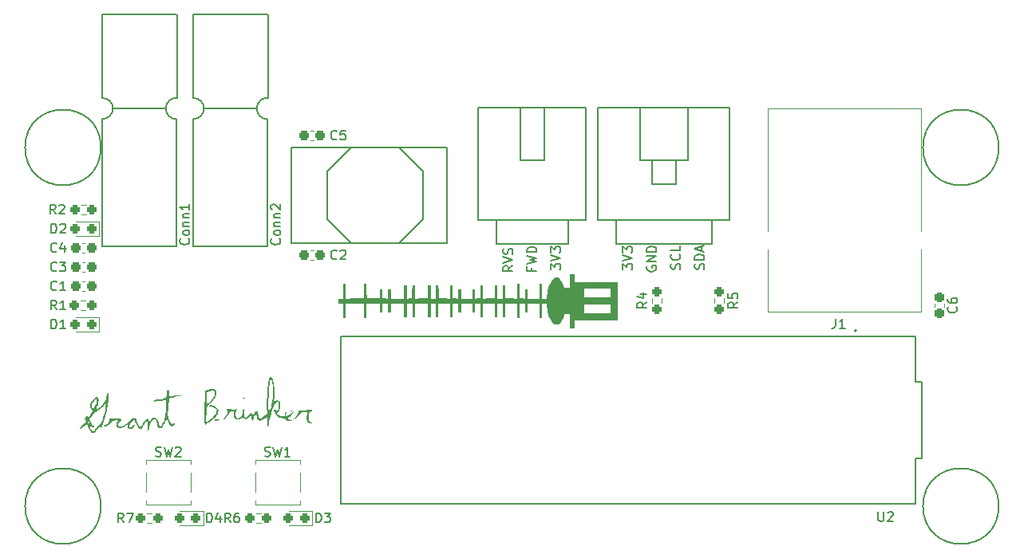
<source format=gto>
G04 #@! TF.GenerationSoftware,KiCad,Pcbnew,7.0.5*
G04 #@! TF.CreationDate,2024-03-24T13:33:04-05:00*
G04 #@! TF.ProjectId,RotatingSignalStack_board,526f7461-7469-46e6-9753-69676e616c53,rev?*
G04 #@! TF.SameCoordinates,Original*
G04 #@! TF.FileFunction,Legend,Top*
G04 #@! TF.FilePolarity,Positive*
%FSLAX46Y46*%
G04 Gerber Fmt 4.6, Leading zero omitted, Abs format (unit mm)*
G04 Created by KiCad (PCBNEW 7.0.5) date 2024-03-24 13:33:04*
%MOMM*%
%LPD*%
G01*
G04 APERTURE LIST*
G04 Aperture macros list*
%AMRoundRect*
0 Rectangle with rounded corners*
0 $1 Rounding radius*
0 $2 $3 $4 $5 $6 $7 $8 $9 X,Y pos of 4 corners*
0 Add a 4 corners polygon primitive as box body*
4,1,4,$2,$3,$4,$5,$6,$7,$8,$9,$2,$3,0*
0 Add four circle primitives for the rounded corners*
1,1,$1+$1,$2,$3*
1,1,$1+$1,$4,$5*
1,1,$1+$1,$6,$7*
1,1,$1+$1,$8,$9*
0 Add four rect primitives between the rounded corners*
20,1,$1+$1,$2,$3,$4,$5,0*
20,1,$1+$1,$4,$5,$6,$7,0*
20,1,$1+$1,$6,$7,$8,$9,0*
20,1,$1+$1,$8,$9,$2,$3,0*%
G04 Aperture macros list end*
%ADD10C,0.150000*%
%ADD11C,0.120000*%
%ADD12C,0.127000*%
%ADD13C,0.200000*%
%ADD14RoundRect,0.237500X-0.237500X0.300000X-0.237500X-0.300000X0.237500X-0.300000X0.237500X0.300000X0*%
%ADD15C,1.524000*%
%ADD16RoundRect,0.237500X0.250000X0.237500X-0.250000X0.237500X-0.250000X-0.237500X0.250000X-0.237500X0*%
%ADD17C,2.946400*%
%ADD18O,5.100000X3.000000*%
%ADD19C,1.308000*%
%ADD20C,1.208000*%
%ADD21RoundRect,0.237500X0.300000X0.237500X-0.300000X0.237500X-0.300000X-0.237500X0.300000X-0.237500X0*%
%ADD22RoundRect,0.237500X0.237500X-0.250000X0.237500X0.250000X-0.237500X0.250000X-0.237500X-0.250000X0*%
%ADD23RoundRect,0.237500X0.287500X0.237500X-0.287500X0.237500X-0.287500X-0.237500X0.287500X-0.237500X0*%
%ADD24RoundRect,0.237500X-0.300000X-0.237500X0.300000X-0.237500X0.300000X0.237500X-0.300000X0.237500X0*%
%ADD25RoundRect,0.237500X-0.250000X-0.237500X0.250000X-0.237500X0.250000X0.237500X-0.250000X0.237500X0*%
%ADD26R,1.600000X1.400000*%
%ADD27C,3.450000*%
%ADD28C,1.100000*%
%ADD29C,1.400000*%
%ADD30C,4.000000*%
%ADD31C,2.000000*%
G04 APERTURE END LIST*
D10*
X181287009Y-94071887D02*
X181287009Y-94405220D01*
X181810819Y-94405220D02*
X180810819Y-94405220D01*
X180810819Y-94405220D02*
X180810819Y-93929030D01*
X180810819Y-93643315D02*
X181810819Y-93405220D01*
X181810819Y-93405220D02*
X181096533Y-93214744D01*
X181096533Y-93214744D02*
X181810819Y-93024268D01*
X181810819Y-93024268D02*
X180810819Y-92786173D01*
X181810819Y-92405220D02*
X180810819Y-92405220D01*
X180810819Y-92405220D02*
X180810819Y-92167125D01*
X180810819Y-92167125D02*
X180858438Y-92024268D01*
X180858438Y-92024268D02*
X180953676Y-91929030D01*
X180953676Y-91929030D02*
X181048914Y-91881411D01*
X181048914Y-91881411D02*
X181239390Y-91833792D01*
X181239390Y-91833792D02*
X181382247Y-91833792D01*
X181382247Y-91833792D02*
X181572723Y-91881411D01*
X181572723Y-91881411D02*
X181667961Y-91929030D01*
X181667961Y-91929030D02*
X181763200Y-92024268D01*
X181763200Y-92024268D02*
X181810819Y-92167125D01*
X181810819Y-92167125D02*
X181810819Y-92405220D01*
X183350819Y-94246458D02*
X183350819Y-93627411D01*
X183350819Y-93627411D02*
X183731771Y-93960744D01*
X183731771Y-93960744D02*
X183731771Y-93817887D01*
X183731771Y-93817887D02*
X183779390Y-93722649D01*
X183779390Y-93722649D02*
X183827009Y-93675030D01*
X183827009Y-93675030D02*
X183922247Y-93627411D01*
X183922247Y-93627411D02*
X184160342Y-93627411D01*
X184160342Y-93627411D02*
X184255580Y-93675030D01*
X184255580Y-93675030D02*
X184303200Y-93722649D01*
X184303200Y-93722649D02*
X184350819Y-93817887D01*
X184350819Y-93817887D02*
X184350819Y-94103601D01*
X184350819Y-94103601D02*
X184303200Y-94198839D01*
X184303200Y-94198839D02*
X184255580Y-94246458D01*
X183350819Y-93341696D02*
X184350819Y-93008363D01*
X184350819Y-93008363D02*
X183350819Y-92675030D01*
X183350819Y-92436934D02*
X183350819Y-91817887D01*
X183350819Y-91817887D02*
X183731771Y-92151220D01*
X183731771Y-92151220D02*
X183731771Y-92008363D01*
X183731771Y-92008363D02*
X183779390Y-91913125D01*
X183779390Y-91913125D02*
X183827009Y-91865506D01*
X183827009Y-91865506D02*
X183922247Y-91817887D01*
X183922247Y-91817887D02*
X184160342Y-91817887D01*
X184160342Y-91817887D02*
X184255580Y-91865506D01*
X184255580Y-91865506D02*
X184303200Y-91913125D01*
X184303200Y-91913125D02*
X184350819Y-92008363D01*
X184350819Y-92008363D02*
X184350819Y-92294077D01*
X184350819Y-92294077D02*
X184303200Y-92389315D01*
X184303200Y-92389315D02*
X184255580Y-92436934D01*
X193558438Y-93881411D02*
X193510819Y-93976649D01*
X193510819Y-93976649D02*
X193510819Y-94119506D01*
X193510819Y-94119506D02*
X193558438Y-94262363D01*
X193558438Y-94262363D02*
X193653676Y-94357601D01*
X193653676Y-94357601D02*
X193748914Y-94405220D01*
X193748914Y-94405220D02*
X193939390Y-94452839D01*
X193939390Y-94452839D02*
X194082247Y-94452839D01*
X194082247Y-94452839D02*
X194272723Y-94405220D01*
X194272723Y-94405220D02*
X194367961Y-94357601D01*
X194367961Y-94357601D02*
X194463200Y-94262363D01*
X194463200Y-94262363D02*
X194510819Y-94119506D01*
X194510819Y-94119506D02*
X194510819Y-94024268D01*
X194510819Y-94024268D02*
X194463200Y-93881411D01*
X194463200Y-93881411D02*
X194415580Y-93833792D01*
X194415580Y-93833792D02*
X194082247Y-93833792D01*
X194082247Y-93833792D02*
X194082247Y-94024268D01*
X194510819Y-93405220D02*
X193510819Y-93405220D01*
X193510819Y-93405220D02*
X194510819Y-92833792D01*
X194510819Y-92833792D02*
X193510819Y-92833792D01*
X194510819Y-92357601D02*
X193510819Y-92357601D01*
X193510819Y-92357601D02*
X193510819Y-92119506D01*
X193510819Y-92119506D02*
X193558438Y-91976649D01*
X193558438Y-91976649D02*
X193653676Y-91881411D01*
X193653676Y-91881411D02*
X193748914Y-91833792D01*
X193748914Y-91833792D02*
X193939390Y-91786173D01*
X193939390Y-91786173D02*
X194082247Y-91786173D01*
X194082247Y-91786173D02*
X194272723Y-91833792D01*
X194272723Y-91833792D02*
X194367961Y-91881411D01*
X194367961Y-91881411D02*
X194463200Y-91976649D01*
X194463200Y-91976649D02*
X194510819Y-92119506D01*
X194510819Y-92119506D02*
X194510819Y-92357601D01*
X197003200Y-94198839D02*
X197050819Y-94055982D01*
X197050819Y-94055982D02*
X197050819Y-93817887D01*
X197050819Y-93817887D02*
X197003200Y-93722649D01*
X197003200Y-93722649D02*
X196955580Y-93675030D01*
X196955580Y-93675030D02*
X196860342Y-93627411D01*
X196860342Y-93627411D02*
X196765104Y-93627411D01*
X196765104Y-93627411D02*
X196669866Y-93675030D01*
X196669866Y-93675030D02*
X196622247Y-93722649D01*
X196622247Y-93722649D02*
X196574628Y-93817887D01*
X196574628Y-93817887D02*
X196527009Y-94008363D01*
X196527009Y-94008363D02*
X196479390Y-94103601D01*
X196479390Y-94103601D02*
X196431771Y-94151220D01*
X196431771Y-94151220D02*
X196336533Y-94198839D01*
X196336533Y-94198839D02*
X196241295Y-94198839D01*
X196241295Y-94198839D02*
X196146057Y-94151220D01*
X196146057Y-94151220D02*
X196098438Y-94103601D01*
X196098438Y-94103601D02*
X196050819Y-94008363D01*
X196050819Y-94008363D02*
X196050819Y-93770268D01*
X196050819Y-93770268D02*
X196098438Y-93627411D01*
X196955580Y-92627411D02*
X197003200Y-92675030D01*
X197003200Y-92675030D02*
X197050819Y-92817887D01*
X197050819Y-92817887D02*
X197050819Y-92913125D01*
X197050819Y-92913125D02*
X197003200Y-93055982D01*
X197003200Y-93055982D02*
X196907961Y-93151220D01*
X196907961Y-93151220D02*
X196812723Y-93198839D01*
X196812723Y-93198839D02*
X196622247Y-93246458D01*
X196622247Y-93246458D02*
X196479390Y-93246458D01*
X196479390Y-93246458D02*
X196288914Y-93198839D01*
X196288914Y-93198839D02*
X196193676Y-93151220D01*
X196193676Y-93151220D02*
X196098438Y-93055982D01*
X196098438Y-93055982D02*
X196050819Y-92913125D01*
X196050819Y-92913125D02*
X196050819Y-92817887D01*
X196050819Y-92817887D02*
X196098438Y-92675030D01*
X196098438Y-92675030D02*
X196146057Y-92627411D01*
X197050819Y-91722649D02*
X197050819Y-92198839D01*
X197050819Y-92198839D02*
X196050819Y-92198839D01*
X199543200Y-94198839D02*
X199590819Y-94055982D01*
X199590819Y-94055982D02*
X199590819Y-93817887D01*
X199590819Y-93817887D02*
X199543200Y-93722649D01*
X199543200Y-93722649D02*
X199495580Y-93675030D01*
X199495580Y-93675030D02*
X199400342Y-93627411D01*
X199400342Y-93627411D02*
X199305104Y-93627411D01*
X199305104Y-93627411D02*
X199209866Y-93675030D01*
X199209866Y-93675030D02*
X199162247Y-93722649D01*
X199162247Y-93722649D02*
X199114628Y-93817887D01*
X199114628Y-93817887D02*
X199067009Y-94008363D01*
X199067009Y-94008363D02*
X199019390Y-94103601D01*
X199019390Y-94103601D02*
X198971771Y-94151220D01*
X198971771Y-94151220D02*
X198876533Y-94198839D01*
X198876533Y-94198839D02*
X198781295Y-94198839D01*
X198781295Y-94198839D02*
X198686057Y-94151220D01*
X198686057Y-94151220D02*
X198638438Y-94103601D01*
X198638438Y-94103601D02*
X198590819Y-94008363D01*
X198590819Y-94008363D02*
X198590819Y-93770268D01*
X198590819Y-93770268D02*
X198638438Y-93627411D01*
X199590819Y-93198839D02*
X198590819Y-93198839D01*
X198590819Y-93198839D02*
X198590819Y-92960744D01*
X198590819Y-92960744D02*
X198638438Y-92817887D01*
X198638438Y-92817887D02*
X198733676Y-92722649D01*
X198733676Y-92722649D02*
X198828914Y-92675030D01*
X198828914Y-92675030D02*
X199019390Y-92627411D01*
X199019390Y-92627411D02*
X199162247Y-92627411D01*
X199162247Y-92627411D02*
X199352723Y-92675030D01*
X199352723Y-92675030D02*
X199447961Y-92722649D01*
X199447961Y-92722649D02*
X199543200Y-92817887D01*
X199543200Y-92817887D02*
X199590819Y-92960744D01*
X199590819Y-92960744D02*
X199590819Y-93198839D01*
X199305104Y-92246458D02*
X199305104Y-91770268D01*
X199590819Y-92341696D02*
X198590819Y-92008363D01*
X198590819Y-92008363D02*
X199590819Y-91675030D01*
X179270819Y-93833792D02*
X178794628Y-94167125D01*
X179270819Y-94405220D02*
X178270819Y-94405220D01*
X178270819Y-94405220D02*
X178270819Y-94024268D01*
X178270819Y-94024268D02*
X178318438Y-93929030D01*
X178318438Y-93929030D02*
X178366057Y-93881411D01*
X178366057Y-93881411D02*
X178461295Y-93833792D01*
X178461295Y-93833792D02*
X178604152Y-93833792D01*
X178604152Y-93833792D02*
X178699390Y-93881411D01*
X178699390Y-93881411D02*
X178747009Y-93929030D01*
X178747009Y-93929030D02*
X178794628Y-94024268D01*
X178794628Y-94024268D02*
X178794628Y-94405220D01*
X178270819Y-93548077D02*
X179270819Y-93214744D01*
X179270819Y-93214744D02*
X178270819Y-92881411D01*
X179223200Y-92595696D02*
X179270819Y-92452839D01*
X179270819Y-92452839D02*
X179270819Y-92214744D01*
X179270819Y-92214744D02*
X179223200Y-92119506D01*
X179223200Y-92119506D02*
X179175580Y-92071887D01*
X179175580Y-92071887D02*
X179080342Y-92024268D01*
X179080342Y-92024268D02*
X178985104Y-92024268D01*
X178985104Y-92024268D02*
X178889866Y-92071887D01*
X178889866Y-92071887D02*
X178842247Y-92119506D01*
X178842247Y-92119506D02*
X178794628Y-92214744D01*
X178794628Y-92214744D02*
X178747009Y-92405220D01*
X178747009Y-92405220D02*
X178699390Y-92500458D01*
X178699390Y-92500458D02*
X178651771Y-92548077D01*
X178651771Y-92548077D02*
X178556533Y-92595696D01*
X178556533Y-92595696D02*
X178461295Y-92595696D01*
X178461295Y-92595696D02*
X178366057Y-92548077D01*
X178366057Y-92548077D02*
X178318438Y-92500458D01*
X178318438Y-92500458D02*
X178270819Y-92405220D01*
X178270819Y-92405220D02*
X178270819Y-92167125D01*
X178270819Y-92167125D02*
X178318438Y-92024268D01*
X190970819Y-94246458D02*
X190970819Y-93627411D01*
X190970819Y-93627411D02*
X191351771Y-93960744D01*
X191351771Y-93960744D02*
X191351771Y-93817887D01*
X191351771Y-93817887D02*
X191399390Y-93722649D01*
X191399390Y-93722649D02*
X191447009Y-93675030D01*
X191447009Y-93675030D02*
X191542247Y-93627411D01*
X191542247Y-93627411D02*
X191780342Y-93627411D01*
X191780342Y-93627411D02*
X191875580Y-93675030D01*
X191875580Y-93675030D02*
X191923200Y-93722649D01*
X191923200Y-93722649D02*
X191970819Y-93817887D01*
X191970819Y-93817887D02*
X191970819Y-94103601D01*
X191970819Y-94103601D02*
X191923200Y-94198839D01*
X191923200Y-94198839D02*
X191875580Y-94246458D01*
X190970819Y-93341696D02*
X191970819Y-93008363D01*
X191970819Y-93008363D02*
X190970819Y-92675030D01*
X190970819Y-92436934D02*
X190970819Y-91817887D01*
X190970819Y-91817887D02*
X191351771Y-92151220D01*
X191351771Y-92151220D02*
X191351771Y-92008363D01*
X191351771Y-92008363D02*
X191399390Y-91913125D01*
X191399390Y-91913125D02*
X191447009Y-91865506D01*
X191447009Y-91865506D02*
X191542247Y-91817887D01*
X191542247Y-91817887D02*
X191780342Y-91817887D01*
X191780342Y-91817887D02*
X191875580Y-91865506D01*
X191875580Y-91865506D02*
X191923200Y-91913125D01*
X191923200Y-91913125D02*
X191970819Y-92008363D01*
X191970819Y-92008363D02*
X191970819Y-92294077D01*
X191970819Y-92294077D02*
X191923200Y-92389315D01*
X191923200Y-92389315D02*
X191875580Y-92436934D01*
X226325580Y-98210666D02*
X226373200Y-98258285D01*
X226373200Y-98258285D02*
X226420819Y-98401142D01*
X226420819Y-98401142D02*
X226420819Y-98496380D01*
X226420819Y-98496380D02*
X226373200Y-98639237D01*
X226373200Y-98639237D02*
X226277961Y-98734475D01*
X226277961Y-98734475D02*
X226182723Y-98782094D01*
X226182723Y-98782094D02*
X225992247Y-98829713D01*
X225992247Y-98829713D02*
X225849390Y-98829713D01*
X225849390Y-98829713D02*
X225658914Y-98782094D01*
X225658914Y-98782094D02*
X225563676Y-98734475D01*
X225563676Y-98734475D02*
X225468438Y-98639237D01*
X225468438Y-98639237D02*
X225420819Y-98496380D01*
X225420819Y-98496380D02*
X225420819Y-98401142D01*
X225420819Y-98401142D02*
X225468438Y-98258285D01*
X225468438Y-98258285D02*
X225516057Y-98210666D01*
X225420819Y-97353523D02*
X225420819Y-97543999D01*
X225420819Y-97543999D02*
X225468438Y-97639237D01*
X225468438Y-97639237D02*
X225516057Y-97686856D01*
X225516057Y-97686856D02*
X225658914Y-97782094D01*
X225658914Y-97782094D02*
X225849390Y-97829713D01*
X225849390Y-97829713D02*
X226230342Y-97829713D01*
X226230342Y-97829713D02*
X226325580Y-97782094D01*
X226325580Y-97782094D02*
X226373200Y-97734475D01*
X226373200Y-97734475D02*
X226420819Y-97639237D01*
X226420819Y-97639237D02*
X226420819Y-97448761D01*
X226420819Y-97448761D02*
X226373200Y-97353523D01*
X226373200Y-97353523D02*
X226325580Y-97305904D01*
X226325580Y-97305904D02*
X226230342Y-97258285D01*
X226230342Y-97258285D02*
X225992247Y-97258285D01*
X225992247Y-97258285D02*
X225897009Y-97305904D01*
X225897009Y-97305904D02*
X225849390Y-97353523D01*
X225849390Y-97353523D02*
X225801771Y-97448761D01*
X225801771Y-97448761D02*
X225801771Y-97639237D01*
X225801771Y-97639237D02*
X225849390Y-97734475D01*
X225849390Y-97734475D02*
X225897009Y-97782094D01*
X225897009Y-97782094D02*
X225992247Y-97829713D01*
X130793833Y-88338819D02*
X130460500Y-87862628D01*
X130222405Y-88338819D02*
X130222405Y-87338819D01*
X130222405Y-87338819D02*
X130603357Y-87338819D01*
X130603357Y-87338819D02*
X130698595Y-87386438D01*
X130698595Y-87386438D02*
X130746214Y-87434057D01*
X130746214Y-87434057D02*
X130793833Y-87529295D01*
X130793833Y-87529295D02*
X130793833Y-87672152D01*
X130793833Y-87672152D02*
X130746214Y-87767390D01*
X130746214Y-87767390D02*
X130698595Y-87815009D01*
X130698595Y-87815009D02*
X130603357Y-87862628D01*
X130603357Y-87862628D02*
X130222405Y-87862628D01*
X131174786Y-87434057D02*
X131222405Y-87386438D01*
X131222405Y-87386438D02*
X131317643Y-87338819D01*
X131317643Y-87338819D02*
X131555738Y-87338819D01*
X131555738Y-87338819D02*
X131650976Y-87386438D01*
X131650976Y-87386438D02*
X131698595Y-87434057D01*
X131698595Y-87434057D02*
X131746214Y-87529295D01*
X131746214Y-87529295D02*
X131746214Y-87624533D01*
X131746214Y-87624533D02*
X131698595Y-87767390D01*
X131698595Y-87767390D02*
X131127167Y-88338819D01*
X131127167Y-88338819D02*
X131746214Y-88338819D01*
X144885580Y-90973309D02*
X144933200Y-91020928D01*
X144933200Y-91020928D02*
X144980819Y-91163785D01*
X144980819Y-91163785D02*
X144980819Y-91259023D01*
X144980819Y-91259023D02*
X144933200Y-91401880D01*
X144933200Y-91401880D02*
X144837961Y-91497118D01*
X144837961Y-91497118D02*
X144742723Y-91544737D01*
X144742723Y-91544737D02*
X144552247Y-91592356D01*
X144552247Y-91592356D02*
X144409390Y-91592356D01*
X144409390Y-91592356D02*
X144218914Y-91544737D01*
X144218914Y-91544737D02*
X144123676Y-91497118D01*
X144123676Y-91497118D02*
X144028438Y-91401880D01*
X144028438Y-91401880D02*
X143980819Y-91259023D01*
X143980819Y-91259023D02*
X143980819Y-91163785D01*
X143980819Y-91163785D02*
X144028438Y-91020928D01*
X144028438Y-91020928D02*
X144076057Y-90973309D01*
X144980819Y-90401880D02*
X144933200Y-90497118D01*
X144933200Y-90497118D02*
X144885580Y-90544737D01*
X144885580Y-90544737D02*
X144790342Y-90592356D01*
X144790342Y-90592356D02*
X144504628Y-90592356D01*
X144504628Y-90592356D02*
X144409390Y-90544737D01*
X144409390Y-90544737D02*
X144361771Y-90497118D01*
X144361771Y-90497118D02*
X144314152Y-90401880D01*
X144314152Y-90401880D02*
X144314152Y-90259023D01*
X144314152Y-90259023D02*
X144361771Y-90163785D01*
X144361771Y-90163785D02*
X144409390Y-90116166D01*
X144409390Y-90116166D02*
X144504628Y-90068547D01*
X144504628Y-90068547D02*
X144790342Y-90068547D01*
X144790342Y-90068547D02*
X144885580Y-90116166D01*
X144885580Y-90116166D02*
X144933200Y-90163785D01*
X144933200Y-90163785D02*
X144980819Y-90259023D01*
X144980819Y-90259023D02*
X144980819Y-90401880D01*
X144314152Y-89639975D02*
X144980819Y-89639975D01*
X144409390Y-89639975D02*
X144361771Y-89592356D01*
X144361771Y-89592356D02*
X144314152Y-89497118D01*
X144314152Y-89497118D02*
X144314152Y-89354261D01*
X144314152Y-89354261D02*
X144361771Y-89259023D01*
X144361771Y-89259023D02*
X144457009Y-89211404D01*
X144457009Y-89211404D02*
X144980819Y-89211404D01*
X144314152Y-88735213D02*
X144980819Y-88735213D01*
X144409390Y-88735213D02*
X144361771Y-88687594D01*
X144361771Y-88687594D02*
X144314152Y-88592356D01*
X144314152Y-88592356D02*
X144314152Y-88449499D01*
X144314152Y-88449499D02*
X144361771Y-88354261D01*
X144361771Y-88354261D02*
X144457009Y-88306642D01*
X144457009Y-88306642D02*
X144980819Y-88306642D01*
X144980819Y-87306642D02*
X144980819Y-87878070D01*
X144980819Y-87592356D02*
X143980819Y-87592356D01*
X143980819Y-87592356D02*
X144123676Y-87687594D01*
X144123676Y-87687594D02*
X144218914Y-87782832D01*
X144218914Y-87782832D02*
X144266533Y-87878070D01*
X218059095Y-119985819D02*
X218059095Y-120795342D01*
X218059095Y-120795342D02*
X218106714Y-120890580D01*
X218106714Y-120890580D02*
X218154333Y-120938200D01*
X218154333Y-120938200D02*
X218249571Y-120985819D01*
X218249571Y-120985819D02*
X218440047Y-120985819D01*
X218440047Y-120985819D02*
X218535285Y-120938200D01*
X218535285Y-120938200D02*
X218582904Y-120890580D01*
X218582904Y-120890580D02*
X218630523Y-120795342D01*
X218630523Y-120795342D02*
X218630523Y-119985819D01*
X219059095Y-120081057D02*
X219106714Y-120033438D01*
X219106714Y-120033438D02*
X219201952Y-119985819D01*
X219201952Y-119985819D02*
X219440047Y-119985819D01*
X219440047Y-119985819D02*
X219535285Y-120033438D01*
X219535285Y-120033438D02*
X219582904Y-120081057D01*
X219582904Y-120081057D02*
X219630523Y-120176295D01*
X219630523Y-120176295D02*
X219630523Y-120271533D01*
X219630523Y-120271533D02*
X219582904Y-120414390D01*
X219582904Y-120414390D02*
X219011476Y-120985819D01*
X219011476Y-120985819D02*
X219630523Y-120985819D01*
X130897333Y-92307580D02*
X130849714Y-92355200D01*
X130849714Y-92355200D02*
X130706857Y-92402819D01*
X130706857Y-92402819D02*
X130611619Y-92402819D01*
X130611619Y-92402819D02*
X130468762Y-92355200D01*
X130468762Y-92355200D02*
X130373524Y-92259961D01*
X130373524Y-92259961D02*
X130325905Y-92164723D01*
X130325905Y-92164723D02*
X130278286Y-91974247D01*
X130278286Y-91974247D02*
X130278286Y-91831390D01*
X130278286Y-91831390D02*
X130325905Y-91640914D01*
X130325905Y-91640914D02*
X130373524Y-91545676D01*
X130373524Y-91545676D02*
X130468762Y-91450438D01*
X130468762Y-91450438D02*
X130611619Y-91402819D01*
X130611619Y-91402819D02*
X130706857Y-91402819D01*
X130706857Y-91402819D02*
X130849714Y-91450438D01*
X130849714Y-91450438D02*
X130897333Y-91498057D01*
X131754476Y-91736152D02*
X131754476Y-92402819D01*
X131516381Y-91355200D02*
X131278286Y-92069485D01*
X131278286Y-92069485D02*
X131897333Y-92069485D01*
X203146819Y-97702666D02*
X202670628Y-98035999D01*
X203146819Y-98274094D02*
X202146819Y-98274094D01*
X202146819Y-98274094D02*
X202146819Y-97893142D01*
X202146819Y-97893142D02*
X202194438Y-97797904D01*
X202194438Y-97797904D02*
X202242057Y-97750285D01*
X202242057Y-97750285D02*
X202337295Y-97702666D01*
X202337295Y-97702666D02*
X202480152Y-97702666D01*
X202480152Y-97702666D02*
X202575390Y-97750285D01*
X202575390Y-97750285D02*
X202623009Y-97797904D01*
X202623009Y-97797904D02*
X202670628Y-97893142D01*
X202670628Y-97893142D02*
X202670628Y-98274094D01*
X202146819Y-96797904D02*
X202146819Y-97274094D01*
X202146819Y-97274094D02*
X202623009Y-97321713D01*
X202623009Y-97321713D02*
X202575390Y-97274094D01*
X202575390Y-97274094D02*
X202527771Y-97178856D01*
X202527771Y-97178856D02*
X202527771Y-96940761D01*
X202527771Y-96940761D02*
X202575390Y-96845523D01*
X202575390Y-96845523D02*
X202623009Y-96797904D01*
X202623009Y-96797904D02*
X202718247Y-96750285D01*
X202718247Y-96750285D02*
X202956342Y-96750285D01*
X202956342Y-96750285D02*
X203051580Y-96797904D01*
X203051580Y-96797904D02*
X203099200Y-96845523D01*
X203099200Y-96845523D02*
X203146819Y-96940761D01*
X203146819Y-96940761D02*
X203146819Y-97178856D01*
X203146819Y-97178856D02*
X203099200Y-97274094D01*
X203099200Y-97274094D02*
X203051580Y-97321713D01*
X158406905Y-121104819D02*
X158406905Y-120104819D01*
X158406905Y-120104819D02*
X158645000Y-120104819D01*
X158645000Y-120104819D02*
X158787857Y-120152438D01*
X158787857Y-120152438D02*
X158883095Y-120247676D01*
X158883095Y-120247676D02*
X158930714Y-120342914D01*
X158930714Y-120342914D02*
X158978333Y-120533390D01*
X158978333Y-120533390D02*
X158978333Y-120676247D01*
X158978333Y-120676247D02*
X158930714Y-120866723D01*
X158930714Y-120866723D02*
X158883095Y-120961961D01*
X158883095Y-120961961D02*
X158787857Y-121057200D01*
X158787857Y-121057200D02*
X158645000Y-121104819D01*
X158645000Y-121104819D02*
X158406905Y-121104819D01*
X159311667Y-120104819D02*
X159930714Y-120104819D01*
X159930714Y-120104819D02*
X159597381Y-120485771D01*
X159597381Y-120485771D02*
X159740238Y-120485771D01*
X159740238Y-120485771D02*
X159835476Y-120533390D01*
X159835476Y-120533390D02*
X159883095Y-120581009D01*
X159883095Y-120581009D02*
X159930714Y-120676247D01*
X159930714Y-120676247D02*
X159930714Y-120914342D01*
X159930714Y-120914342D02*
X159883095Y-121009580D01*
X159883095Y-121009580D02*
X159835476Y-121057200D01*
X159835476Y-121057200D02*
X159740238Y-121104819D01*
X159740238Y-121104819D02*
X159454524Y-121104819D01*
X159454524Y-121104819D02*
X159359286Y-121057200D01*
X159359286Y-121057200D02*
X159311667Y-121009580D01*
X193494819Y-97702666D02*
X193018628Y-98035999D01*
X193494819Y-98274094D02*
X192494819Y-98274094D01*
X192494819Y-98274094D02*
X192494819Y-97893142D01*
X192494819Y-97893142D02*
X192542438Y-97797904D01*
X192542438Y-97797904D02*
X192590057Y-97750285D01*
X192590057Y-97750285D02*
X192685295Y-97702666D01*
X192685295Y-97702666D02*
X192828152Y-97702666D01*
X192828152Y-97702666D02*
X192923390Y-97750285D01*
X192923390Y-97750285D02*
X192971009Y-97797904D01*
X192971009Y-97797904D02*
X193018628Y-97893142D01*
X193018628Y-97893142D02*
X193018628Y-98274094D01*
X192828152Y-96845523D02*
X193494819Y-96845523D01*
X192447200Y-97083618D02*
X193161485Y-97321713D01*
X193161485Y-97321713D02*
X193161485Y-96702666D01*
X130325905Y-100530819D02*
X130325905Y-99530819D01*
X130325905Y-99530819D02*
X130564000Y-99530819D01*
X130564000Y-99530819D02*
X130706857Y-99578438D01*
X130706857Y-99578438D02*
X130802095Y-99673676D01*
X130802095Y-99673676D02*
X130849714Y-99768914D01*
X130849714Y-99768914D02*
X130897333Y-99959390D01*
X130897333Y-99959390D02*
X130897333Y-100102247D01*
X130897333Y-100102247D02*
X130849714Y-100292723D01*
X130849714Y-100292723D02*
X130802095Y-100387961D01*
X130802095Y-100387961D02*
X130706857Y-100483200D01*
X130706857Y-100483200D02*
X130564000Y-100530819D01*
X130564000Y-100530819D02*
X130325905Y-100530819D01*
X131849714Y-100530819D02*
X131278286Y-100530819D01*
X131564000Y-100530819D02*
X131564000Y-99530819D01*
X131564000Y-99530819D02*
X131468762Y-99673676D01*
X131468762Y-99673676D02*
X131373524Y-99768914D01*
X131373524Y-99768914D02*
X131278286Y-99816533D01*
X154537580Y-90973309D02*
X154585200Y-91020928D01*
X154585200Y-91020928D02*
X154632819Y-91163785D01*
X154632819Y-91163785D02*
X154632819Y-91259023D01*
X154632819Y-91259023D02*
X154585200Y-91401880D01*
X154585200Y-91401880D02*
X154489961Y-91497118D01*
X154489961Y-91497118D02*
X154394723Y-91544737D01*
X154394723Y-91544737D02*
X154204247Y-91592356D01*
X154204247Y-91592356D02*
X154061390Y-91592356D01*
X154061390Y-91592356D02*
X153870914Y-91544737D01*
X153870914Y-91544737D02*
X153775676Y-91497118D01*
X153775676Y-91497118D02*
X153680438Y-91401880D01*
X153680438Y-91401880D02*
X153632819Y-91259023D01*
X153632819Y-91259023D02*
X153632819Y-91163785D01*
X153632819Y-91163785D02*
X153680438Y-91020928D01*
X153680438Y-91020928D02*
X153728057Y-90973309D01*
X154632819Y-90401880D02*
X154585200Y-90497118D01*
X154585200Y-90497118D02*
X154537580Y-90544737D01*
X154537580Y-90544737D02*
X154442342Y-90592356D01*
X154442342Y-90592356D02*
X154156628Y-90592356D01*
X154156628Y-90592356D02*
X154061390Y-90544737D01*
X154061390Y-90544737D02*
X154013771Y-90497118D01*
X154013771Y-90497118D02*
X153966152Y-90401880D01*
X153966152Y-90401880D02*
X153966152Y-90259023D01*
X153966152Y-90259023D02*
X154013771Y-90163785D01*
X154013771Y-90163785D02*
X154061390Y-90116166D01*
X154061390Y-90116166D02*
X154156628Y-90068547D01*
X154156628Y-90068547D02*
X154442342Y-90068547D01*
X154442342Y-90068547D02*
X154537580Y-90116166D01*
X154537580Y-90116166D02*
X154585200Y-90163785D01*
X154585200Y-90163785D02*
X154632819Y-90259023D01*
X154632819Y-90259023D02*
X154632819Y-90401880D01*
X153966152Y-89639975D02*
X154632819Y-89639975D01*
X154061390Y-89639975D02*
X154013771Y-89592356D01*
X154013771Y-89592356D02*
X153966152Y-89497118D01*
X153966152Y-89497118D02*
X153966152Y-89354261D01*
X153966152Y-89354261D02*
X154013771Y-89259023D01*
X154013771Y-89259023D02*
X154109009Y-89211404D01*
X154109009Y-89211404D02*
X154632819Y-89211404D01*
X153966152Y-88735213D02*
X154632819Y-88735213D01*
X154061390Y-88735213D02*
X154013771Y-88687594D01*
X154013771Y-88687594D02*
X153966152Y-88592356D01*
X153966152Y-88592356D02*
X153966152Y-88449499D01*
X153966152Y-88449499D02*
X154013771Y-88354261D01*
X154013771Y-88354261D02*
X154109009Y-88306642D01*
X154109009Y-88306642D02*
X154632819Y-88306642D01*
X153728057Y-87878070D02*
X153680438Y-87830451D01*
X153680438Y-87830451D02*
X153632819Y-87735213D01*
X153632819Y-87735213D02*
X153632819Y-87497118D01*
X153632819Y-87497118D02*
X153680438Y-87401880D01*
X153680438Y-87401880D02*
X153728057Y-87354261D01*
X153728057Y-87354261D02*
X153823295Y-87306642D01*
X153823295Y-87306642D02*
X153918533Y-87306642D01*
X153918533Y-87306642D02*
X154061390Y-87354261D01*
X154061390Y-87354261D02*
X154632819Y-87925689D01*
X154632819Y-87925689D02*
X154632819Y-87306642D01*
X130897333Y-94339580D02*
X130849714Y-94387200D01*
X130849714Y-94387200D02*
X130706857Y-94434819D01*
X130706857Y-94434819D02*
X130611619Y-94434819D01*
X130611619Y-94434819D02*
X130468762Y-94387200D01*
X130468762Y-94387200D02*
X130373524Y-94291961D01*
X130373524Y-94291961D02*
X130325905Y-94196723D01*
X130325905Y-94196723D02*
X130278286Y-94006247D01*
X130278286Y-94006247D02*
X130278286Y-93863390D01*
X130278286Y-93863390D02*
X130325905Y-93672914D01*
X130325905Y-93672914D02*
X130373524Y-93577676D01*
X130373524Y-93577676D02*
X130468762Y-93482438D01*
X130468762Y-93482438D02*
X130611619Y-93434819D01*
X130611619Y-93434819D02*
X130706857Y-93434819D01*
X130706857Y-93434819D02*
X130849714Y-93482438D01*
X130849714Y-93482438D02*
X130897333Y-93530057D01*
X131230667Y-93434819D02*
X131849714Y-93434819D01*
X131849714Y-93434819D02*
X131516381Y-93815771D01*
X131516381Y-93815771D02*
X131659238Y-93815771D01*
X131659238Y-93815771D02*
X131754476Y-93863390D01*
X131754476Y-93863390D02*
X131802095Y-93911009D01*
X131802095Y-93911009D02*
X131849714Y-94006247D01*
X131849714Y-94006247D02*
X131849714Y-94244342D01*
X131849714Y-94244342D02*
X131802095Y-94339580D01*
X131802095Y-94339580D02*
X131754476Y-94387200D01*
X131754476Y-94387200D02*
X131659238Y-94434819D01*
X131659238Y-94434819D02*
X131373524Y-94434819D01*
X131373524Y-94434819D02*
X131278286Y-94387200D01*
X131278286Y-94387200D02*
X131230667Y-94339580D01*
X130325905Y-90370819D02*
X130325905Y-89370819D01*
X130325905Y-89370819D02*
X130564000Y-89370819D01*
X130564000Y-89370819D02*
X130706857Y-89418438D01*
X130706857Y-89418438D02*
X130802095Y-89513676D01*
X130802095Y-89513676D02*
X130849714Y-89608914D01*
X130849714Y-89608914D02*
X130897333Y-89799390D01*
X130897333Y-89799390D02*
X130897333Y-89942247D01*
X130897333Y-89942247D02*
X130849714Y-90132723D01*
X130849714Y-90132723D02*
X130802095Y-90227961D01*
X130802095Y-90227961D02*
X130706857Y-90323200D01*
X130706857Y-90323200D02*
X130564000Y-90370819D01*
X130564000Y-90370819D02*
X130325905Y-90370819D01*
X131278286Y-89466057D02*
X131325905Y-89418438D01*
X131325905Y-89418438D02*
X131421143Y-89370819D01*
X131421143Y-89370819D02*
X131659238Y-89370819D01*
X131659238Y-89370819D02*
X131754476Y-89418438D01*
X131754476Y-89418438D02*
X131802095Y-89466057D01*
X131802095Y-89466057D02*
X131849714Y-89561295D01*
X131849714Y-89561295D02*
X131849714Y-89656533D01*
X131849714Y-89656533D02*
X131802095Y-89799390D01*
X131802095Y-89799390D02*
X131230667Y-90370819D01*
X131230667Y-90370819D02*
X131849714Y-90370819D01*
X160615333Y-80369580D02*
X160567714Y-80417200D01*
X160567714Y-80417200D02*
X160424857Y-80464819D01*
X160424857Y-80464819D02*
X160329619Y-80464819D01*
X160329619Y-80464819D02*
X160186762Y-80417200D01*
X160186762Y-80417200D02*
X160091524Y-80321961D01*
X160091524Y-80321961D02*
X160043905Y-80226723D01*
X160043905Y-80226723D02*
X159996286Y-80036247D01*
X159996286Y-80036247D02*
X159996286Y-79893390D01*
X159996286Y-79893390D02*
X160043905Y-79702914D01*
X160043905Y-79702914D02*
X160091524Y-79607676D01*
X160091524Y-79607676D02*
X160186762Y-79512438D01*
X160186762Y-79512438D02*
X160329619Y-79464819D01*
X160329619Y-79464819D02*
X160424857Y-79464819D01*
X160424857Y-79464819D02*
X160567714Y-79512438D01*
X160567714Y-79512438D02*
X160615333Y-79560057D01*
X161520095Y-79464819D02*
X161043905Y-79464819D01*
X161043905Y-79464819D02*
X160996286Y-79941009D01*
X160996286Y-79941009D02*
X161043905Y-79893390D01*
X161043905Y-79893390D02*
X161139143Y-79845771D01*
X161139143Y-79845771D02*
X161377238Y-79845771D01*
X161377238Y-79845771D02*
X161472476Y-79893390D01*
X161472476Y-79893390D02*
X161520095Y-79941009D01*
X161520095Y-79941009D02*
X161567714Y-80036247D01*
X161567714Y-80036247D02*
X161567714Y-80274342D01*
X161567714Y-80274342D02*
X161520095Y-80369580D01*
X161520095Y-80369580D02*
X161472476Y-80417200D01*
X161472476Y-80417200D02*
X161377238Y-80464819D01*
X161377238Y-80464819D02*
X161139143Y-80464819D01*
X161139143Y-80464819D02*
X161043905Y-80417200D01*
X161043905Y-80417200D02*
X160996286Y-80369580D01*
X138009333Y-121104819D02*
X137676000Y-120628628D01*
X137437905Y-121104819D02*
X137437905Y-120104819D01*
X137437905Y-120104819D02*
X137818857Y-120104819D01*
X137818857Y-120104819D02*
X137914095Y-120152438D01*
X137914095Y-120152438D02*
X137961714Y-120200057D01*
X137961714Y-120200057D02*
X138009333Y-120295295D01*
X138009333Y-120295295D02*
X138009333Y-120438152D01*
X138009333Y-120438152D02*
X137961714Y-120533390D01*
X137961714Y-120533390D02*
X137914095Y-120581009D01*
X137914095Y-120581009D02*
X137818857Y-120628628D01*
X137818857Y-120628628D02*
X137437905Y-120628628D01*
X138342667Y-120104819D02*
X139009333Y-120104819D01*
X139009333Y-120104819D02*
X138580762Y-121104819D01*
X130897333Y-96371580D02*
X130849714Y-96419200D01*
X130849714Y-96419200D02*
X130706857Y-96466819D01*
X130706857Y-96466819D02*
X130611619Y-96466819D01*
X130611619Y-96466819D02*
X130468762Y-96419200D01*
X130468762Y-96419200D02*
X130373524Y-96323961D01*
X130373524Y-96323961D02*
X130325905Y-96228723D01*
X130325905Y-96228723D02*
X130278286Y-96038247D01*
X130278286Y-96038247D02*
X130278286Y-95895390D01*
X130278286Y-95895390D02*
X130325905Y-95704914D01*
X130325905Y-95704914D02*
X130373524Y-95609676D01*
X130373524Y-95609676D02*
X130468762Y-95514438D01*
X130468762Y-95514438D02*
X130611619Y-95466819D01*
X130611619Y-95466819D02*
X130706857Y-95466819D01*
X130706857Y-95466819D02*
X130849714Y-95514438D01*
X130849714Y-95514438D02*
X130897333Y-95562057D01*
X131849714Y-96466819D02*
X131278286Y-96466819D01*
X131564000Y-96466819D02*
X131564000Y-95466819D01*
X131564000Y-95466819D02*
X131468762Y-95609676D01*
X131468762Y-95609676D02*
X131373524Y-95704914D01*
X131373524Y-95704914D02*
X131278286Y-95752533D01*
X141414667Y-114047200D02*
X141557524Y-114094819D01*
X141557524Y-114094819D02*
X141795619Y-114094819D01*
X141795619Y-114094819D02*
X141890857Y-114047200D01*
X141890857Y-114047200D02*
X141938476Y-113999580D01*
X141938476Y-113999580D02*
X141986095Y-113904342D01*
X141986095Y-113904342D02*
X141986095Y-113809104D01*
X141986095Y-113809104D02*
X141938476Y-113713866D01*
X141938476Y-113713866D02*
X141890857Y-113666247D01*
X141890857Y-113666247D02*
X141795619Y-113618628D01*
X141795619Y-113618628D02*
X141605143Y-113571009D01*
X141605143Y-113571009D02*
X141509905Y-113523390D01*
X141509905Y-113523390D02*
X141462286Y-113475771D01*
X141462286Y-113475771D02*
X141414667Y-113380533D01*
X141414667Y-113380533D02*
X141414667Y-113285295D01*
X141414667Y-113285295D02*
X141462286Y-113190057D01*
X141462286Y-113190057D02*
X141509905Y-113142438D01*
X141509905Y-113142438D02*
X141605143Y-113094819D01*
X141605143Y-113094819D02*
X141843238Y-113094819D01*
X141843238Y-113094819D02*
X141986095Y-113142438D01*
X142319429Y-113094819D02*
X142557524Y-114094819D01*
X142557524Y-114094819D02*
X142748000Y-113380533D01*
X142748000Y-113380533D02*
X142938476Y-114094819D01*
X142938476Y-114094819D02*
X143176572Y-113094819D01*
X143509905Y-113190057D02*
X143557524Y-113142438D01*
X143557524Y-113142438D02*
X143652762Y-113094819D01*
X143652762Y-113094819D02*
X143890857Y-113094819D01*
X143890857Y-113094819D02*
X143986095Y-113142438D01*
X143986095Y-113142438D02*
X144033714Y-113190057D01*
X144033714Y-113190057D02*
X144081333Y-113285295D01*
X144081333Y-113285295D02*
X144081333Y-113380533D01*
X144081333Y-113380533D02*
X144033714Y-113523390D01*
X144033714Y-113523390D02*
X143462286Y-114094819D01*
X143462286Y-114094819D02*
X144081333Y-114094819D01*
X130897333Y-98498819D02*
X130564000Y-98022628D01*
X130325905Y-98498819D02*
X130325905Y-97498819D01*
X130325905Y-97498819D02*
X130706857Y-97498819D01*
X130706857Y-97498819D02*
X130802095Y-97546438D01*
X130802095Y-97546438D02*
X130849714Y-97594057D01*
X130849714Y-97594057D02*
X130897333Y-97689295D01*
X130897333Y-97689295D02*
X130897333Y-97832152D01*
X130897333Y-97832152D02*
X130849714Y-97927390D01*
X130849714Y-97927390D02*
X130802095Y-97975009D01*
X130802095Y-97975009D02*
X130706857Y-98022628D01*
X130706857Y-98022628D02*
X130325905Y-98022628D01*
X131849714Y-98498819D02*
X131278286Y-98498819D01*
X131564000Y-98498819D02*
X131564000Y-97498819D01*
X131564000Y-97498819D02*
X131468762Y-97641676D01*
X131468762Y-97641676D02*
X131373524Y-97736914D01*
X131373524Y-97736914D02*
X131278286Y-97784533D01*
X146835905Y-121104819D02*
X146835905Y-120104819D01*
X146835905Y-120104819D02*
X147074000Y-120104819D01*
X147074000Y-120104819D02*
X147216857Y-120152438D01*
X147216857Y-120152438D02*
X147312095Y-120247676D01*
X147312095Y-120247676D02*
X147359714Y-120342914D01*
X147359714Y-120342914D02*
X147407333Y-120533390D01*
X147407333Y-120533390D02*
X147407333Y-120676247D01*
X147407333Y-120676247D02*
X147359714Y-120866723D01*
X147359714Y-120866723D02*
X147312095Y-120961961D01*
X147312095Y-120961961D02*
X147216857Y-121057200D01*
X147216857Y-121057200D02*
X147074000Y-121104819D01*
X147074000Y-121104819D02*
X146835905Y-121104819D01*
X148264476Y-120438152D02*
X148264476Y-121104819D01*
X148026381Y-120057200D02*
X147788286Y-120771485D01*
X147788286Y-120771485D02*
X148407333Y-120771485D01*
X152985667Y-114047200D02*
X153128524Y-114094819D01*
X153128524Y-114094819D02*
X153366619Y-114094819D01*
X153366619Y-114094819D02*
X153461857Y-114047200D01*
X153461857Y-114047200D02*
X153509476Y-113999580D01*
X153509476Y-113999580D02*
X153557095Y-113904342D01*
X153557095Y-113904342D02*
X153557095Y-113809104D01*
X153557095Y-113809104D02*
X153509476Y-113713866D01*
X153509476Y-113713866D02*
X153461857Y-113666247D01*
X153461857Y-113666247D02*
X153366619Y-113618628D01*
X153366619Y-113618628D02*
X153176143Y-113571009D01*
X153176143Y-113571009D02*
X153080905Y-113523390D01*
X153080905Y-113523390D02*
X153033286Y-113475771D01*
X153033286Y-113475771D02*
X152985667Y-113380533D01*
X152985667Y-113380533D02*
X152985667Y-113285295D01*
X152985667Y-113285295D02*
X153033286Y-113190057D01*
X153033286Y-113190057D02*
X153080905Y-113142438D01*
X153080905Y-113142438D02*
X153176143Y-113094819D01*
X153176143Y-113094819D02*
X153414238Y-113094819D01*
X153414238Y-113094819D02*
X153557095Y-113142438D01*
X153890429Y-113094819D02*
X154128524Y-114094819D01*
X154128524Y-114094819D02*
X154319000Y-113380533D01*
X154319000Y-113380533D02*
X154509476Y-114094819D01*
X154509476Y-114094819D02*
X154747572Y-113094819D01*
X155652333Y-114094819D02*
X155080905Y-114094819D01*
X155366619Y-114094819D02*
X155366619Y-113094819D01*
X155366619Y-113094819D02*
X155271381Y-113237676D01*
X155271381Y-113237676D02*
X155176143Y-113332914D01*
X155176143Y-113332914D02*
X155080905Y-113380533D01*
X149326333Y-121104819D02*
X148993000Y-120628628D01*
X148754905Y-121104819D02*
X148754905Y-120104819D01*
X148754905Y-120104819D02*
X149135857Y-120104819D01*
X149135857Y-120104819D02*
X149231095Y-120152438D01*
X149231095Y-120152438D02*
X149278714Y-120200057D01*
X149278714Y-120200057D02*
X149326333Y-120295295D01*
X149326333Y-120295295D02*
X149326333Y-120438152D01*
X149326333Y-120438152D02*
X149278714Y-120533390D01*
X149278714Y-120533390D02*
X149231095Y-120581009D01*
X149231095Y-120581009D02*
X149135857Y-120628628D01*
X149135857Y-120628628D02*
X148754905Y-120628628D01*
X150183476Y-120104819D02*
X149993000Y-120104819D01*
X149993000Y-120104819D02*
X149897762Y-120152438D01*
X149897762Y-120152438D02*
X149850143Y-120200057D01*
X149850143Y-120200057D02*
X149754905Y-120342914D01*
X149754905Y-120342914D02*
X149707286Y-120533390D01*
X149707286Y-120533390D02*
X149707286Y-120914342D01*
X149707286Y-120914342D02*
X149754905Y-121009580D01*
X149754905Y-121009580D02*
X149802524Y-121057200D01*
X149802524Y-121057200D02*
X149897762Y-121104819D01*
X149897762Y-121104819D02*
X150088238Y-121104819D01*
X150088238Y-121104819D02*
X150183476Y-121057200D01*
X150183476Y-121057200D02*
X150231095Y-121009580D01*
X150231095Y-121009580D02*
X150278714Y-120914342D01*
X150278714Y-120914342D02*
X150278714Y-120676247D01*
X150278714Y-120676247D02*
X150231095Y-120581009D01*
X150231095Y-120581009D02*
X150183476Y-120533390D01*
X150183476Y-120533390D02*
X150088238Y-120485771D01*
X150088238Y-120485771D02*
X149897762Y-120485771D01*
X149897762Y-120485771D02*
X149802524Y-120533390D01*
X149802524Y-120533390D02*
X149754905Y-120581009D01*
X149754905Y-120581009D02*
X149707286Y-120676247D01*
X213536666Y-99484819D02*
X213536666Y-100199104D01*
X213536666Y-100199104D02*
X213489047Y-100341961D01*
X213489047Y-100341961D02*
X213393809Y-100437200D01*
X213393809Y-100437200D02*
X213250952Y-100484819D01*
X213250952Y-100484819D02*
X213155714Y-100484819D01*
X214536666Y-100484819D02*
X213965238Y-100484819D01*
X214250952Y-100484819D02*
X214250952Y-99484819D01*
X214250952Y-99484819D02*
X214155714Y-99627676D01*
X214155714Y-99627676D02*
X214060476Y-99722914D01*
X214060476Y-99722914D02*
X213965238Y-99770533D01*
X160615333Y-93069580D02*
X160567714Y-93117200D01*
X160567714Y-93117200D02*
X160424857Y-93164819D01*
X160424857Y-93164819D02*
X160329619Y-93164819D01*
X160329619Y-93164819D02*
X160186762Y-93117200D01*
X160186762Y-93117200D02*
X160091524Y-93021961D01*
X160091524Y-93021961D02*
X160043905Y-92926723D01*
X160043905Y-92926723D02*
X159996286Y-92736247D01*
X159996286Y-92736247D02*
X159996286Y-92593390D01*
X159996286Y-92593390D02*
X160043905Y-92402914D01*
X160043905Y-92402914D02*
X160091524Y-92307676D01*
X160091524Y-92307676D02*
X160186762Y-92212438D01*
X160186762Y-92212438D02*
X160329619Y-92164819D01*
X160329619Y-92164819D02*
X160424857Y-92164819D01*
X160424857Y-92164819D02*
X160567714Y-92212438D01*
X160567714Y-92212438D02*
X160615333Y-92260057D01*
X160996286Y-92260057D02*
X161043905Y-92212438D01*
X161043905Y-92212438D02*
X161139143Y-92164819D01*
X161139143Y-92164819D02*
X161377238Y-92164819D01*
X161377238Y-92164819D02*
X161472476Y-92212438D01*
X161472476Y-92212438D02*
X161520095Y-92260057D01*
X161520095Y-92260057D02*
X161567714Y-92355295D01*
X161567714Y-92355295D02*
X161567714Y-92450533D01*
X161567714Y-92450533D02*
X161520095Y-92593390D01*
X161520095Y-92593390D02*
X160948667Y-93164819D01*
X160948667Y-93164819D02*
X161567714Y-93164819D01*
D11*
X225046000Y-97897733D02*
X225046000Y-98190267D01*
X224026000Y-97897733D02*
X224026000Y-98190267D01*
D10*
X155829000Y-91440000D02*
X155829000Y-81280000D01*
X162179000Y-91440000D02*
X159639000Y-88900000D01*
X167259000Y-91440000D02*
X162179000Y-91440000D01*
X172339000Y-91440000D02*
X155829000Y-91440000D01*
X172339000Y-91440000D02*
X172339000Y-81280000D01*
X159639000Y-88900000D02*
X159639000Y-83820000D01*
X169799000Y-88900000D02*
X167259000Y-91440000D01*
X159639000Y-83820000D02*
X162179000Y-81280000D01*
X169799000Y-83820000D02*
X169799000Y-88900000D01*
X155829000Y-81280000D02*
X172339000Y-81280000D01*
X162179000Y-81280000D02*
X167259000Y-81280000D01*
X167259000Y-81280000D02*
X169799000Y-83820000D01*
D11*
X134009224Y-88406500D02*
X133499776Y-88406500D01*
X134009224Y-87361500D02*
X133499776Y-87361500D01*
D10*
X135590283Y-119380000D02*
G75*
G03*
X135590283Y-119380000I-4018283J0D01*
G01*
G36*
X185856306Y-95156431D02*
G01*
X185856306Y-95594419D01*
X186362002Y-95588517D01*
X186475134Y-95587554D01*
X186633703Y-95586734D01*
X186831938Y-95586065D01*
X187064066Y-95585553D01*
X187324314Y-95585205D01*
X187606912Y-95585028D01*
X187906086Y-95585029D01*
X188216064Y-95585214D01*
X188531075Y-95585589D01*
X188666437Y-95585811D01*
X190465177Y-95589008D01*
X190465177Y-97611790D01*
X190465177Y-99634572D01*
X188160742Y-99634572D01*
X185856306Y-99634572D01*
X185856306Y-100057052D01*
X185856306Y-100479532D01*
X185587848Y-100479532D01*
X185319390Y-100479532D01*
X185312596Y-99743393D01*
X185305802Y-99007254D01*
X185047235Y-99000000D01*
X184788668Y-98992746D01*
X184732334Y-99166431D01*
X184641616Y-99406372D01*
X184535045Y-99619906D01*
X184416536Y-99801319D01*
X184290003Y-99944891D01*
X184159362Y-100044906D01*
X184115177Y-100067759D01*
X183980349Y-100110830D01*
X183854241Y-100110760D01*
X183730049Y-100065805D01*
X183600971Y-99974224D01*
X183543673Y-99921446D01*
X183408692Y-99760056D01*
X183286027Y-99553590D01*
X183177395Y-99307071D01*
X183084508Y-99025523D01*
X183009081Y-98713969D01*
X182952829Y-98377433D01*
X182923681Y-98104683D01*
X182912697Y-97970258D01*
X186854895Y-97970258D01*
X186854895Y-98431145D01*
X186854895Y-98892032D01*
X188263161Y-98892032D01*
X189671427Y-98892032D01*
X189671427Y-98431145D01*
X189671427Y-97970258D01*
X188263161Y-97970258D01*
X186854895Y-97970258D01*
X182912697Y-97970258D01*
X182906420Y-97893443D01*
X182653037Y-97893443D01*
X182399653Y-97893443D01*
X182399653Y-98648786D01*
X182399653Y-99404129D01*
X182258827Y-99404129D01*
X182118000Y-99404129D01*
X182118000Y-98648786D01*
X182118000Y-97893443D01*
X181503484Y-97893443D01*
X180888968Y-97893443D01*
X180888968Y-98354331D01*
X180888968Y-98815218D01*
X180748141Y-98815218D01*
X180607315Y-98815218D01*
X180607315Y-98354331D01*
X180607315Y-97893443D01*
X180312859Y-97893443D01*
X180018403Y-97893443D01*
X180018403Y-98648786D01*
X180018403Y-99404129D01*
X179890379Y-99404129D01*
X179762355Y-99404129D01*
X179762355Y-98648786D01*
X179762355Y-97893443D01*
X179135036Y-97893443D01*
X178507718Y-97893443D01*
X178507718Y-98597576D01*
X178507718Y-99301710D01*
X178379694Y-99301710D01*
X178251669Y-99301710D01*
X178251669Y-98597576D01*
X178251669Y-97893443D01*
X177957214Y-97893443D01*
X177662758Y-97893443D01*
X177662758Y-98597576D01*
X177662758Y-99301710D01*
X177534734Y-99301710D01*
X177406710Y-99301710D01*
X177406710Y-98597576D01*
X177406710Y-97893443D01*
X176779391Y-97893443D01*
X176152073Y-97893443D01*
X176152073Y-98597576D01*
X176152073Y-99301710D01*
X176024048Y-99301710D01*
X175896024Y-99301710D01*
X175896024Y-98597576D01*
X175896024Y-97893443D01*
X175601569Y-97893443D01*
X175307113Y-97893443D01*
X175307113Y-98354331D01*
X175307113Y-98815218D01*
X175166286Y-98815218D01*
X175025460Y-98815218D01*
X175025460Y-98354331D01*
X175025460Y-97893443D01*
X174410944Y-97893443D01*
X173796427Y-97893443D01*
X173796427Y-98354331D01*
X173796427Y-98815218D01*
X173655601Y-98815218D01*
X173514774Y-98815218D01*
X173514774Y-98354331D01*
X173514774Y-97893443D01*
X173220319Y-97893443D01*
X172925863Y-97893443D01*
X172925863Y-98597576D01*
X172925863Y-99301710D01*
X172797839Y-99301710D01*
X172669815Y-99301710D01*
X172669815Y-98597576D01*
X172669815Y-97893443D01*
X172042496Y-97893443D01*
X171415177Y-97893443D01*
X171415177Y-98597576D01*
X171415177Y-99301710D01*
X171287153Y-99301710D01*
X171159129Y-99301710D01*
X171159129Y-98597576D01*
X171159129Y-97893443D01*
X170864673Y-97893443D01*
X170570218Y-97893443D01*
X170570218Y-98597576D01*
X170570218Y-99301710D01*
X170442194Y-99301710D01*
X170314169Y-99301710D01*
X170314169Y-98597576D01*
X170314169Y-97893443D01*
X169597234Y-97893443D01*
X168880298Y-97893443D01*
X168880298Y-98597576D01*
X168880298Y-99301710D01*
X168752274Y-99301710D01*
X168624250Y-99301710D01*
X168624250Y-98597576D01*
X168624250Y-97893443D01*
X168329794Y-97893443D01*
X168035339Y-97893443D01*
X168035339Y-98597576D01*
X168035339Y-99301710D01*
X167894512Y-99301710D01*
X167753685Y-99301710D01*
X167753685Y-98597576D01*
X167753685Y-97893443D01*
X167049552Y-97893443D01*
X166345419Y-97893443D01*
X166345419Y-98354331D01*
X166345419Y-98815218D01*
X166204593Y-98815218D01*
X166063766Y-98815218D01*
X166063766Y-98354331D01*
X166063766Y-97893443D01*
X165769310Y-97893443D01*
X165474855Y-97893443D01*
X165474855Y-98354331D01*
X165474855Y-98815218D01*
X165346831Y-98815218D01*
X165218806Y-98815218D01*
X165218806Y-98354331D01*
X165218806Y-97893443D01*
X164501871Y-97893443D01*
X163784935Y-97893443D01*
X163784935Y-98648786D01*
X163784935Y-99404129D01*
X163656911Y-99404129D01*
X163528887Y-99404129D01*
X163528887Y-98648786D01*
X163528887Y-97893443D01*
X162543101Y-97893443D01*
X161557315Y-97893443D01*
X161557315Y-98648786D01*
X161557315Y-99404129D01*
X161416488Y-99404129D01*
X161275661Y-99404129D01*
X161275661Y-98648786D01*
X161275661Y-97893443D01*
X161045218Y-97893443D01*
X160814774Y-97893443D01*
X160814774Y-97611790D01*
X160814774Y-97330137D01*
X161045218Y-97330137D01*
X161275661Y-97330137D01*
X161275661Y-96561992D01*
X161275661Y-95793847D01*
X161416488Y-95793847D01*
X161557315Y-95793847D01*
X161557315Y-96562296D01*
X161557315Y-97330745D01*
X162536700Y-97324040D01*
X163516085Y-97317335D01*
X163522867Y-96555591D01*
X163529649Y-95793847D01*
X163656911Y-95793847D01*
X163784173Y-95793847D01*
X163790956Y-96555591D01*
X163797738Y-97317335D01*
X164501871Y-97317335D01*
X165206004Y-97317335D01*
X165212983Y-96850046D01*
X165219962Y-96382758D01*
X165346831Y-96382758D01*
X165473700Y-96382758D01*
X165480678Y-96850046D01*
X165487657Y-97317335D01*
X165775712Y-97324574D01*
X166063766Y-97331814D01*
X166063766Y-96857286D01*
X166063766Y-96382758D01*
X166204593Y-96382758D01*
X166345419Y-96382758D01*
X166345419Y-96856447D01*
X166345419Y-97330137D01*
X167049552Y-97330137D01*
X167753685Y-97330137D01*
X167753685Y-96613201D01*
X167753685Y-95896266D01*
X167894512Y-95896266D01*
X168035339Y-95896266D01*
X168035339Y-96614040D01*
X168035339Y-97331814D01*
X168323393Y-97324574D01*
X168611448Y-97317335D01*
X168618254Y-96606800D01*
X168625060Y-95896266D01*
X168752679Y-95896266D01*
X168880298Y-95896266D01*
X168880298Y-96613607D01*
X168880298Y-97330947D01*
X169590833Y-97324141D01*
X170301367Y-97317335D01*
X170308173Y-96606800D01*
X170314979Y-95896266D01*
X170442599Y-95896266D01*
X170570218Y-95896266D01*
X170570218Y-96613201D01*
X170570218Y-97330137D01*
X170864673Y-97330137D01*
X171159129Y-97330137D01*
X171159129Y-96613201D01*
X171159129Y-95896266D01*
X171286748Y-95896266D01*
X171414367Y-95896266D01*
X171421174Y-96606800D01*
X171427980Y-97317335D01*
X172048897Y-97324191D01*
X172669815Y-97331047D01*
X172669815Y-96613657D01*
X172669815Y-95896266D01*
X172797434Y-95896266D01*
X172925053Y-95896266D01*
X172931859Y-96606800D01*
X172938665Y-97317335D01*
X173226720Y-97324574D01*
X173514774Y-97331814D01*
X173514774Y-96857286D01*
X173514774Y-96382758D01*
X173655601Y-96382758D01*
X173796427Y-96382758D01*
X173796427Y-96856447D01*
X173796427Y-97330137D01*
X174410944Y-97330137D01*
X175025460Y-97330137D01*
X175025460Y-96856447D01*
X175025460Y-96382758D01*
X175166286Y-96382758D01*
X175307113Y-96382758D01*
X175307113Y-96857286D01*
X175307113Y-97331814D01*
X175595167Y-97324574D01*
X175883222Y-97317335D01*
X175890028Y-96606800D01*
X175896834Y-95896266D01*
X176024453Y-95896266D01*
X176152073Y-95896266D01*
X176152073Y-96613657D01*
X176152073Y-97331047D01*
X176772990Y-97324191D01*
X177393907Y-97317335D01*
X177400713Y-96606800D01*
X177407520Y-95896266D01*
X177535139Y-95896266D01*
X177662758Y-95896266D01*
X177662758Y-96613201D01*
X177662758Y-97330137D01*
X177957214Y-97330137D01*
X178251669Y-97330137D01*
X178251669Y-96613201D01*
X178251669Y-95896266D01*
X178379288Y-95896266D01*
X178506908Y-95896266D01*
X178513714Y-96606800D01*
X178520520Y-97317335D01*
X179141437Y-97324191D01*
X179762355Y-97331047D01*
X179762355Y-96562447D01*
X179762355Y-95793847D01*
X179889998Y-95793847D01*
X180017641Y-95793847D01*
X180024423Y-96555591D01*
X180031206Y-97317335D01*
X180319260Y-97324574D01*
X180607315Y-97331814D01*
X180607315Y-96857286D01*
X180607315Y-96382758D01*
X180748141Y-96382758D01*
X180888968Y-96382758D01*
X180888968Y-96856447D01*
X180888968Y-97330137D01*
X181503484Y-97330137D01*
X182118000Y-97330137D01*
X182118000Y-96561992D01*
X182118000Y-95793847D01*
X182258827Y-95793847D01*
X182399653Y-95793847D01*
X182399653Y-96561992D01*
X182399653Y-97330137D01*
X182652673Y-97330137D01*
X182905693Y-97330137D01*
X182922787Y-97106095D01*
X182958775Y-96773767D01*
X183013523Y-96461528D01*
X183052206Y-96305943D01*
X186854895Y-96305943D01*
X186854895Y-96766831D01*
X186854895Y-97227718D01*
X188263161Y-97227718D01*
X189671427Y-97227718D01*
X189671427Y-96766831D01*
X189671427Y-96305943D01*
X188263161Y-96305943D01*
X186854895Y-96305943D01*
X183052206Y-96305943D01*
X183085314Y-96172782D01*
X183172430Y-95910931D01*
X183273154Y-95679379D01*
X183385767Y-95481528D01*
X183508553Y-95320782D01*
X183639794Y-95200544D01*
X183777772Y-95124217D01*
X183920770Y-95095205D01*
X183937761Y-95095059D01*
X184084383Y-95122152D01*
X184225032Y-95199152D01*
X184358767Y-95325004D01*
X184484645Y-95498653D01*
X184601726Y-95719046D01*
X184693156Y-95941074D01*
X184789872Y-96203524D01*
X185054238Y-96203524D01*
X185318605Y-96203524D01*
X185318605Y-95460984D01*
X185318605Y-94718443D01*
X185587456Y-94718443D01*
X185856306Y-94718443D01*
X185856306Y-95156431D01*
G37*
X143649700Y-67105500D02*
X143649700Y-75995500D01*
X143624300Y-67105500D02*
X135750300Y-67105500D01*
X135750300Y-74827100D02*
X135750300Y-75995500D01*
X135750300Y-74852500D02*
X135750300Y-67105500D01*
X141338300Y-77138500D02*
X142481300Y-77138500D01*
X141338300Y-77138500D02*
X138036300Y-77138500D01*
X138061700Y-77138500D02*
X136893300Y-77138500D01*
X143624300Y-79424500D02*
X143624300Y-78281500D01*
X143624300Y-79424500D02*
X143624300Y-91718100D01*
X135750300Y-79424500D02*
X135750300Y-91718100D01*
X135750300Y-79449900D02*
X135750300Y-78256100D01*
X135750300Y-91743500D02*
X143624300Y-91743500D01*
X136867900Y-77138500D02*
G75*
G03*
X135750300Y-76020900I-1117598J2D01*
G01*
X143624300Y-75995500D02*
G75*
G03*
X142481300Y-77138500I0J-1143000D01*
G01*
X135750300Y-78256100D02*
G75*
G03*
X136867900Y-77138500I2J1117598D01*
G01*
X142481300Y-77138500D02*
G75*
G03*
X143624300Y-78281500I1143000J0D01*
G01*
G36*
X144331840Y-107534305D02*
G01*
X144300011Y-107566135D01*
X144268181Y-107534305D01*
X144300011Y-107502476D01*
X144331840Y-107534305D01*
G37*
G36*
X146687229Y-110908240D02*
G01*
X146655399Y-110940070D01*
X146623569Y-110908240D01*
X146655399Y-110876411D01*
X146687229Y-110908240D01*
G37*
G36*
X148469685Y-110207990D02*
G01*
X148437855Y-110239819D01*
X148406026Y-110207990D01*
X148437855Y-110176160D01*
X148469685Y-110207990D01*
G37*
G36*
X151016051Y-108107238D02*
G01*
X150984221Y-108139067D01*
X150952391Y-108107238D01*
X150984221Y-108075408D01*
X151016051Y-108107238D01*
G37*
G36*
X155663168Y-109189443D02*
G01*
X155631339Y-109221273D01*
X155599509Y-109189443D01*
X155631339Y-109157614D01*
X155663168Y-109189443D01*
G37*
G36*
X155917805Y-110144330D02*
G01*
X155885975Y-110176160D01*
X155854146Y-110144330D01*
X155885975Y-110112501D01*
X155917805Y-110144330D01*
G37*
G36*
X156045123Y-110080671D02*
G01*
X156013294Y-110112501D01*
X155981464Y-110080671D01*
X156013294Y-110048842D01*
X156045123Y-110080671D01*
G37*
G36*
X150855902Y-107882812D02*
G01*
X150856822Y-107955192D01*
X150781131Y-107978862D01*
X150705293Y-107952748D01*
X150661628Y-107901973D01*
X150722208Y-107864240D01*
X150825576Y-107859854D01*
X150855902Y-107882812D01*
G37*
G36*
X144201931Y-107548687D02*
G01*
X144204522Y-107566135D01*
X144182802Y-107628139D01*
X144176449Y-107629794D01*
X144122099Y-107585186D01*
X144109033Y-107566135D01*
X144114080Y-107507474D01*
X144137106Y-107502476D01*
X144201931Y-107548687D01*
G37*
G36*
X155916090Y-109206169D02*
G01*
X155917805Y-109221273D01*
X155865989Y-109277141D01*
X155818559Y-109284932D01*
X155752668Y-109254070D01*
X155758657Y-109221273D01*
X155840043Y-109160042D01*
X155857903Y-109157614D01*
X155916090Y-109206169D01*
G37*
G36*
X147969676Y-110143141D02*
G01*
X148142936Y-110168677D01*
X148249904Y-110199348D01*
X148272024Y-110226003D01*
X148190737Y-110239493D01*
X148165756Y-110239819D01*
X148039506Y-110266837D01*
X147992241Y-110303478D01*
X147926264Y-110360008D01*
X147821478Y-110335029D01*
X147752180Y-110297630D01*
X147669088Y-110220645D01*
X147698994Y-110164179D01*
X147828027Y-110138083D01*
X147969676Y-110143141D01*
G37*
G36*
X157934101Y-109117707D02*
G01*
X157954826Y-109176837D01*
X157954898Y-109183305D01*
X157907975Y-109294079D01*
X157865237Y-109323334D01*
X157754343Y-109429274D01*
X157678737Y-109632350D01*
X157646474Y-109905322D01*
X157648850Y-110054963D01*
X157666873Y-110256971D01*
X157701064Y-110364388D01*
X157766045Y-110409932D01*
X157811665Y-110419309D01*
X157923602Y-110457590D01*
X157954898Y-110498883D01*
X157903221Y-110547226D01*
X157781287Y-110557010D01*
X157638739Y-110532494D01*
X157525221Y-110477940D01*
X157507506Y-110460484D01*
X157457530Y-110330759D01*
X157431632Y-110117102D01*
X157431754Y-109860958D01*
X157459837Y-109603776D01*
X157465845Y-109571398D01*
X157503342Y-109380421D01*
X157123034Y-109402056D01*
X156905849Y-109420161D01*
X156777227Y-109454623D01*
X156698416Y-109522495D01*
X156645176Y-109612334D01*
X156494214Y-109841806D01*
X156276014Y-110053962D01*
X156202616Y-110112501D01*
X156123889Y-110170226D01*
X156116010Y-110155779D01*
X156178119Y-110053244D01*
X156197749Y-110022508D01*
X156370638Y-109743708D01*
X156477737Y-109547093D01*
X156528460Y-109412118D01*
X156532222Y-109318236D01*
X156527946Y-109301881D01*
X156521274Y-109242555D01*
X156564353Y-109208097D01*
X156681431Y-109191988D01*
X156896754Y-109187710D01*
X156952657Y-109187699D01*
X157229853Y-109180010D01*
X157498474Y-109159358D01*
X157684346Y-109132986D01*
X157854557Y-109105064D01*
X157934101Y-109117707D01*
G37*
G36*
X147524445Y-106927080D02*
G01*
X147629460Y-106965094D01*
X147800050Y-107093600D01*
X147870296Y-107285102D01*
X147843277Y-107528342D01*
X147722071Y-107812061D01*
X147509756Y-108125001D01*
X147226385Y-108439192D01*
X147029856Y-108638175D01*
X146907979Y-108780497D01*
X146842709Y-108896779D01*
X146816004Y-109017640D01*
X146810170Y-109145538D01*
X146803617Y-109362376D01*
X146790618Y-109645411D01*
X146773968Y-109933859D01*
X146773736Y-109937438D01*
X146763233Y-110169506D01*
X146764099Y-110342917D01*
X146775927Y-110427211D01*
X146780353Y-110430797D01*
X146909329Y-110383556D01*
X147088920Y-110257797D01*
X147294169Y-110077466D01*
X147500120Y-109866507D01*
X147681814Y-109648865D01*
X147814294Y-109448485D01*
X147824588Y-109428921D01*
X147953987Y-109175279D01*
X147779245Y-109007866D01*
X147529474Y-108854693D01*
X147306480Y-108799604D01*
X147117005Y-108758867D01*
X147050144Y-108713074D01*
X147102210Y-108673225D01*
X147269514Y-108650320D01*
X147357191Y-108648340D01*
X147575725Y-108671490D01*
X147754586Y-108759137D01*
X147862708Y-108845912D01*
X148025540Y-109028014D01*
X148082249Y-109213713D01*
X148037283Y-109434680D01*
X147967202Y-109589849D01*
X147826601Y-109795855D01*
X147611336Y-110032411D01*
X147356528Y-110265593D01*
X147097298Y-110461477D01*
X147005524Y-110518737D01*
X146854918Y-110613416D01*
X146756898Y-110688540D01*
X146745268Y-110701519D01*
X146683787Y-110707103D01*
X146648026Y-110672532D01*
X146630826Y-110636724D01*
X146617237Y-110573909D01*
X146607078Y-110471998D01*
X146600168Y-110318898D01*
X146596325Y-110102520D01*
X146595366Y-109810773D01*
X146597112Y-109431565D01*
X146601379Y-108952806D01*
X146607986Y-108362406D01*
X146610357Y-108165059D01*
X146617630Y-107566084D01*
X146816072Y-107566084D01*
X146821350Y-107816883D01*
X146833675Y-108153385D01*
X146856344Y-108369728D01*
X146900268Y-108473066D01*
X146976354Y-108470558D01*
X147095510Y-108369359D01*
X147268647Y-108176627D01*
X147305111Y-108134252D01*
X147502112Y-107867754D01*
X147632171Y-107613949D01*
X147686739Y-107395965D01*
X147657266Y-107236929D01*
X147643792Y-107218030D01*
X147511756Y-107145117D01*
X147310440Y-107123703D01*
X147087678Y-107155342D01*
X146972723Y-107196206D01*
X146892553Y-107238630D01*
X146844390Y-107295278D01*
X146821230Y-107394859D01*
X146816072Y-107566084D01*
X146617630Y-107566084D01*
X146623569Y-107077015D01*
X146894121Y-106995940D01*
X147163901Y-106924752D01*
X147359723Y-106902398D01*
X147524445Y-106927080D01*
G37*
G36*
X136410607Y-107390098D02*
G01*
X136421244Y-107467980D01*
X136416351Y-107645702D01*
X136398405Y-107897064D01*
X136369887Y-108195869D01*
X136333275Y-108515917D01*
X136291047Y-108831010D01*
X136249378Y-109093954D01*
X136208629Y-109285315D01*
X136144054Y-109541579D01*
X136064005Y-109834397D01*
X135976833Y-110135424D01*
X135890887Y-110416312D01*
X135814519Y-110648714D01*
X135756080Y-110804282D01*
X135731939Y-110850438D01*
X135707961Y-110942905D01*
X135722493Y-110970544D01*
X135705551Y-110997544D01*
X135602038Y-110990847D01*
X135450127Y-110999837D01*
X135325807Y-111108220D01*
X135315571Y-111121830D01*
X135087273Y-111401144D01*
X134896932Y-111564502D01*
X134738319Y-111615353D01*
X134605203Y-111557146D01*
X134578518Y-111529817D01*
X134455701Y-111356350D01*
X134321103Y-111116183D01*
X134204029Y-110863124D01*
X134176025Y-110790875D01*
X134109890Y-110609850D01*
X133764906Y-110933738D01*
X133569745Y-111102260D01*
X133429338Y-111192737D01*
X133360753Y-111198456D01*
X133360225Y-111117771D01*
X133430334Y-110985928D01*
X133545356Y-110834980D01*
X133679565Y-110696983D01*
X133807235Y-110603989D01*
X133852110Y-110586214D01*
X133926290Y-110531837D01*
X134233209Y-110531837D01*
X134291938Y-110612146D01*
X134327564Y-110621774D01*
X134369343Y-110568160D01*
X134383510Y-110494456D01*
X134360193Y-110386219D01*
X134291889Y-110377230D01*
X134241865Y-110430797D01*
X134233209Y-110531837D01*
X133926290Y-110531837D01*
X133966524Y-110502344D01*
X134006057Y-110359929D01*
X133957735Y-110211676D01*
X133947534Y-110198513D01*
X133944054Y-110189020D01*
X134381891Y-110189020D01*
X134521139Y-110475636D01*
X134626269Y-110649385D01*
X134736750Y-110768382D01*
X134785337Y-110794926D01*
X134895575Y-110855403D01*
X134888681Y-110935572D01*
X134840575Y-110975640D01*
X134748216Y-110969832D01*
X134611190Y-110899829D01*
X134585939Y-110882002D01*
X134467099Y-110810314D01*
X134404071Y-110803825D01*
X134401013Y-110814007D01*
X134430273Y-110917726D01*
X134501635Y-111079008D01*
X134590471Y-111246985D01*
X134668260Y-111365985D01*
X134759393Y-111409193D01*
X134862521Y-111389666D01*
X134910286Y-111321563D01*
X134952016Y-111256618D01*
X135063841Y-111124789D01*
X135225713Y-110949104D01*
X135318592Y-110852583D01*
X135518036Y-110641757D01*
X135647999Y-110478768D01*
X135731610Y-110324086D01*
X135791999Y-110138180D01*
X135830845Y-109977083D01*
X135890406Y-109735646D01*
X135948834Y-109532485D01*
X135994004Y-109409552D01*
X135995963Y-109405764D01*
X136035456Y-109280033D01*
X136071149Y-109079985D01*
X136087603Y-108933400D01*
X136110458Y-108726336D01*
X136137165Y-108570979D01*
X136154528Y-108516349D01*
X136181087Y-108450660D01*
X136138493Y-108462912D01*
X136045901Y-108539329D01*
X135922463Y-108666136D01*
X135881847Y-108712452D01*
X135749427Y-108848737D01*
X135643703Y-108924953D01*
X135603612Y-108930527D01*
X135559993Y-108942895D01*
X135561215Y-108977819D01*
X135517945Y-109050036D01*
X135386040Y-109147846D01*
X135249183Y-109222916D01*
X135034490Y-109348832D01*
X134857214Y-109511047D01*
X134676866Y-109747684D01*
X134650774Y-109786364D01*
X134381891Y-110189020D01*
X133944054Y-110189020D01*
X133898490Y-110064714D01*
X133911630Y-109985183D01*
X134082717Y-109985183D01*
X134095555Y-110086366D01*
X134143556Y-110076196D01*
X134159108Y-110061574D01*
X134202721Y-109974947D01*
X134159108Y-109908792D01*
X134102098Y-109877456D01*
X134083182Y-109954543D01*
X134082717Y-109985183D01*
X133911630Y-109985183D01*
X133922590Y-109918849D01*
X134005963Y-109818010D01*
X134043260Y-109804507D01*
X134171284Y-109825026D01*
X134221617Y-109867515D01*
X134280089Y-109913451D01*
X134345662Y-109850694D01*
X134356564Y-109834048D01*
X134441384Y-109702939D01*
X134553683Y-109531135D01*
X134577186Y-109495375D01*
X134721529Y-109276006D01*
X134593100Y-109112736D01*
X134484574Y-108880124D01*
X134477144Y-108661430D01*
X134591990Y-108661430D01*
X134615634Y-108842574D01*
X134674192Y-108999268D01*
X134749108Y-109087420D01*
X134774029Y-109093954D01*
X134824540Y-109040694D01*
X134906862Y-108901679D01*
X134994596Y-108725016D01*
X135097332Y-108466006D01*
X135153585Y-108245513D01*
X135159985Y-108087023D01*
X135113159Y-108014023D01*
X135096989Y-108011749D01*
X134986031Y-108063257D01*
X134850859Y-108192704D01*
X134720711Y-108362474D01*
X134624827Y-108534953D01*
X134591990Y-108661430D01*
X134477144Y-108661430D01*
X134475509Y-108613295D01*
X134554619Y-108340842D01*
X134710618Y-108091357D01*
X134932218Y-107893431D01*
X135109421Y-107804752D01*
X135237171Y-107806936D01*
X135319210Y-107909394D01*
X135352976Y-108092617D01*
X135335906Y-108337095D01*
X135265438Y-108623317D01*
X135230093Y-108723437D01*
X135166139Y-108909696D01*
X135133189Y-109042706D01*
X135134345Y-109084597D01*
X135203802Y-109072210D01*
X135334774Y-108990375D01*
X135499591Y-108860505D01*
X135670583Y-108704013D01*
X135791494Y-108576038D01*
X135985367Y-108307266D01*
X136122344Y-108025077D01*
X136182348Y-107772315D01*
X136183469Y-107739495D01*
X136210387Y-107599267D01*
X136274531Y-107469538D01*
X136350985Y-107388633D01*
X136410607Y-107390098D01*
G37*
G36*
X142765926Y-107013819D02*
G01*
X142821649Y-107070177D01*
X142843969Y-107200247D01*
X142839354Y-107407154D01*
X142828276Y-107590402D01*
X142838323Y-107695739D01*
X142893911Y-107735795D01*
X143019458Y-107723205D01*
X143239381Y-107670601D01*
X143313294Y-107652354D01*
X143542019Y-107607291D01*
X143756617Y-107583197D01*
X143923434Y-107581820D01*
X144008814Y-107604910D01*
X144013544Y-107615963D01*
X143960482Y-107671781D01*
X143841199Y-107710752D01*
X143715550Y-107721134D01*
X143643389Y-107691182D01*
X143642389Y-107688780D01*
X143589272Y-107678518D01*
X143532247Y-107720043D01*
X143415622Y-107786141D01*
X143233207Y-107842428D01*
X143171322Y-107854589D01*
X142970323Y-107902123D01*
X142859900Y-107981731D01*
X142813620Y-108126840D01*
X142804995Y-108317851D01*
X142794224Y-108528006D01*
X142767183Y-108799343D01*
X142735625Y-109032942D01*
X142709870Y-109564730D01*
X142795150Y-110074830D01*
X142940001Y-110446711D01*
X143058250Y-110625620D01*
X143172762Y-110681517D01*
X143291410Y-110618181D01*
X143293377Y-110616227D01*
X143374236Y-110584225D01*
X143402182Y-110611095D01*
X143395614Y-110702137D01*
X143309943Y-110799975D01*
X143185256Y-110866634D01*
X143122104Y-110876411D01*
X142995642Y-110819141D01*
X142856513Y-110664512D01*
X142724434Y-110438295D01*
X142649330Y-110258474D01*
X142591886Y-110114512D01*
X142554192Y-110079339D01*
X142520771Y-110139395D01*
X142519046Y-110144330D01*
X142469771Y-110263985D01*
X142382482Y-110456447D01*
X142275869Y-110680530D01*
X142273483Y-110685433D01*
X142145488Y-110924129D01*
X142039156Y-111061475D01*
X141938291Y-111117684D01*
X141925203Y-111120019D01*
X141765564Y-111108237D01*
X141657609Y-111008868D01*
X141588993Y-110806516D01*
X141567068Y-110673311D01*
X141504844Y-110363195D01*
X141415320Y-110176276D01*
X141296067Y-110110888D01*
X141144654Y-110165363D01*
X141004981Y-110287565D01*
X140880307Y-110471303D01*
X140788900Y-110738746D01*
X140755746Y-110892327D01*
X140696245Y-111142858D01*
X140634316Y-111288910D01*
X140590419Y-111322025D01*
X140546461Y-111292061D01*
X140529165Y-111187626D01*
X140536160Y-110986905D01*
X140543696Y-110892325D01*
X140555005Y-110608624D01*
X140533510Y-110420764D01*
X140509863Y-110367137D01*
X140440441Y-110315751D01*
X140411677Y-110335308D01*
X140327050Y-110499961D01*
X140204983Y-110700179D01*
X140069950Y-110899885D01*
X139946424Y-111063003D01*
X139858879Y-111153457D01*
X139854912Y-111156026D01*
X139767738Y-111184635D01*
X139678739Y-111140659D01*
X139555368Y-111009532D01*
X139430271Y-110830876D01*
X139344409Y-110653170D01*
X139332254Y-110611107D01*
X139287316Y-110494162D01*
X139234620Y-110465414D01*
X139233928Y-110465828D01*
X139191100Y-110440029D01*
X139175449Y-110339065D01*
X139161180Y-110218805D01*
X139108981Y-110188766D01*
X139004768Y-110251875D01*
X138835934Y-110409577D01*
X138658972Y-110631580D01*
X138602517Y-110819604D01*
X138628804Y-110987046D01*
X138705674Y-111038825D01*
X138830137Y-110974781D01*
X138962672Y-110839207D01*
X139093583Y-110704850D01*
X139162049Y-110675442D01*
X139163163Y-110742360D01*
X139092019Y-110896977D01*
X139042939Y-110980300D01*
X138892928Y-111138832D01*
X138725513Y-111196121D01*
X138570668Y-111162133D01*
X138458366Y-111046832D01*
X138418584Y-110860183D01*
X138428081Y-110775897D01*
X138456737Y-110625991D01*
X138287933Y-110767115D01*
X137981188Y-110984630D01*
X137713216Y-111095199D01*
X137491184Y-111097826D01*
X137322260Y-110991518D01*
X137266048Y-110908937D01*
X137216128Y-110782296D01*
X137228636Y-110660166D01*
X137286201Y-110523105D01*
X137354245Y-110376201D01*
X137390929Y-110288801D01*
X137392993Y-110280902D01*
X137339094Y-110265933D01*
X137205233Y-110279351D01*
X137033163Y-110312191D01*
X136864635Y-110355485D01*
X136741403Y-110400266D01*
X136703993Y-110428875D01*
X136589416Y-110615172D01*
X136399276Y-110785269D01*
X136183013Y-110898804D01*
X136103895Y-110918780D01*
X135934213Y-110923388D01*
X135862621Y-110884603D01*
X135897686Y-110826467D01*
X136047973Y-110773017D01*
X136051692Y-110772265D01*
X136272380Y-110674213D01*
X136437820Y-110499857D01*
X136513818Y-110286743D01*
X136515230Y-110263241D01*
X136520606Y-110080671D01*
X137110355Y-110080671D01*
X137373386Y-110085310D01*
X137586739Y-110097743D01*
X137719439Y-110115750D01*
X137745998Y-110126278D01*
X137735024Y-110195913D01*
X137655513Y-110321732D01*
X137592442Y-110399044D01*
X137439155Y-110611045D01*
X137400242Y-110768245D01*
X137475643Y-110871659D01*
X137563302Y-110905353D01*
X137763504Y-110899483D01*
X138004483Y-110808044D01*
X138249490Y-110646462D01*
X138314684Y-110589944D01*
X138593367Y-110337111D01*
X138796357Y-110163702D01*
X138937965Y-110059090D01*
X139032502Y-110012647D01*
X139091911Y-110012789D01*
X139235044Y-110046156D01*
X139276144Y-110048842D01*
X139352827Y-110101054D01*
X139367048Y-110160245D01*
X139394510Y-110283275D01*
X139463088Y-110466169D01*
X139553395Y-110666728D01*
X139646043Y-110842751D01*
X139721644Y-110952038D01*
X139736596Y-110964616D01*
X139796159Y-110932403D01*
X139899070Y-110811864D01*
X140026772Y-110625926D01*
X140078043Y-110542717D01*
X140261207Y-110268367D01*
X140412394Y-110113974D01*
X140535627Y-110077375D01*
X140634929Y-110156405D01*
X140670620Y-110223904D01*
X140742280Y-110342536D01*
X140813206Y-110344256D01*
X140899288Y-110226534D01*
X140922086Y-110183874D01*
X141052975Y-110007705D01*
X141211244Y-109950326D01*
X141365818Y-109982950D01*
X141562147Y-110119861D01*
X141689773Y-110332353D01*
X141721815Y-110512805D01*
X141747920Y-110702745D01*
X141813411Y-110858093D01*
X141899051Y-110937086D01*
X141918612Y-110940070D01*
X141979801Y-110886816D01*
X142063293Y-110751116D01*
X142110328Y-110653604D01*
X142194090Y-110487908D01*
X142266523Y-110384466D01*
X142293469Y-110367137D01*
X142332246Y-110312124D01*
X142344722Y-110185334D01*
X142359562Y-110019854D01*
X142395193Y-109914783D01*
X142418348Y-109820583D01*
X142442190Y-109625903D01*
X142464158Y-109357541D01*
X142481697Y-109042292D01*
X142484193Y-108982449D01*
X142495730Y-108628047D01*
X142496840Y-108383584D01*
X142486513Y-108232029D01*
X142463742Y-108156353D01*
X142434223Y-108138966D01*
X142384177Y-108101255D01*
X142398699Y-108059493D01*
X142416636Y-108012087D01*
X142354712Y-108052058D01*
X142233342Y-108113442D01*
X142053937Y-108168328D01*
X141856159Y-108209372D01*
X141679673Y-108229230D01*
X141564142Y-108220561D01*
X141541415Y-108202628D01*
X141489009Y-108171217D01*
X141426460Y-108210103D01*
X141319934Y-108250827D01*
X141267956Y-108219945D01*
X141233326Y-108159329D01*
X141281921Y-108114460D01*
X141429509Y-108077855D01*
X141626326Y-108049876D01*
X141994261Y-108000238D01*
X142254563Y-107947579D01*
X142426460Y-107878092D01*
X142529181Y-107777970D01*
X142581954Y-107633404D01*
X142604006Y-107430587D01*
X142607960Y-107344960D01*
X142620095Y-107133776D01*
X142643166Y-107025019D01*
X142689046Y-106993803D01*
X142765926Y-107013819D01*
G37*
G36*
X153784816Y-105719361D02*
G01*
X153812651Y-105805231D01*
X153856705Y-105986649D01*
X153910108Y-106233956D01*
X153948534Y-106426059D01*
X154027172Y-106961435D01*
X154039060Y-107451359D01*
X153984853Y-107958391D01*
X153965702Y-108069762D01*
X153946991Y-108211573D01*
X153971878Y-108257103D01*
X154046764Y-108236638D01*
X154307753Y-108154408D01*
X154487087Y-108166843D01*
X154594839Y-108280315D01*
X154641082Y-108501197D01*
X154644622Y-108614806D01*
X154620426Y-108942839D01*
X154552114Y-109193554D01*
X154446102Y-109348017D01*
X154384665Y-109382109D01*
X154278755Y-109452085D01*
X154281949Y-109546802D01*
X154382872Y-109649839D01*
X154570146Y-109744777D01*
X154655937Y-109773638D01*
X154881225Y-109834978D01*
X155011947Y-109847313D01*
X155073177Y-109805182D01*
X155089991Y-109703126D01*
X155090236Y-109679054D01*
X155114943Y-109529450D01*
X155174595Y-109390570D01*
X155247491Y-109299784D01*
X155311929Y-109294459D01*
X155312996Y-109295495D01*
X155319891Y-109377392D01*
X155286371Y-109466272D01*
X155223444Y-109641005D01*
X155242649Y-109757768D01*
X155325019Y-109794205D01*
X155474211Y-109749389D01*
X155658049Y-109635976D01*
X155832567Y-109485522D01*
X155940510Y-109352452D01*
X156012291Y-109256886D01*
X156040219Y-109260954D01*
X156025975Y-109345393D01*
X155971241Y-109490938D01*
X155918796Y-109601285D01*
X155757901Y-109819360D01*
X155568671Y-109929833D01*
X155423786Y-109991955D01*
X155348066Y-110043415D01*
X155344873Y-110051412D01*
X155398189Y-110107305D01*
X155524574Y-110172332D01*
X155673680Y-110224348D01*
X155777567Y-110241755D01*
X155848311Y-110250587D01*
X155809364Y-110287674D01*
X155769961Y-110311158D01*
X155589715Y-110349658D01*
X155390116Y-110295470D01*
X155233120Y-110174416D01*
X155085084Y-110077263D01*
X154932855Y-110045249D01*
X154614393Y-110001919D01*
X154365822Y-109873397D01*
X154156934Y-109641559D01*
X154092684Y-109541169D01*
X153985462Y-109332813D01*
X153940861Y-109181723D01*
X153957615Y-109103072D01*
X154034459Y-109112034D01*
X154122942Y-109178216D01*
X154229803Y-109259978D01*
X154286843Y-109284932D01*
X154357378Y-109227517D01*
X154418983Y-109080244D01*
X154462041Y-108880572D01*
X154476937Y-108665960D01*
X154471095Y-108567162D01*
X154444461Y-108385709D01*
X154407041Y-108303482D01*
X154341030Y-108292583D01*
X154301952Y-108302142D01*
X154156949Y-108381086D01*
X154024547Y-108508533D01*
X153948990Y-108638850D01*
X153944023Y-108671308D01*
X153925262Y-108756373D01*
X153874217Y-108937171D01*
X153798336Y-109188476D01*
X153705067Y-109485061D01*
X153689387Y-109533914D01*
X153591682Y-109858810D01*
X153511363Y-110166491D01*
X153456494Y-110423138D01*
X153435142Y-110594937D01*
X153435098Y-110600205D01*
X153421680Y-110785276D01*
X153376385Y-110867249D01*
X153339610Y-110876411D01*
X153261198Y-110819352D01*
X153233671Y-110701348D01*
X153230719Y-110528405D01*
X153235816Y-110304090D01*
X153239519Y-110223904D01*
X153242093Y-110047785D01*
X153230365Y-109938781D01*
X153219095Y-109921523D01*
X153149095Y-109952328D01*
X153006383Y-110031934D01*
X152871996Y-110112501D01*
X152683438Y-110217805D01*
X152525848Y-110287167D01*
X152457256Y-110303478D01*
X152310873Y-110250753D01*
X152184276Y-110124199D01*
X152117297Y-109971249D01*
X152118521Y-109900092D01*
X152123746Y-109730036D01*
X152103462Y-109640059D01*
X152064758Y-109562808D01*
X152018596Y-109579410D01*
X151948784Y-109671888D01*
X151857924Y-109840516D01*
X151781410Y-110045260D01*
X151775928Y-110064756D01*
X151711696Y-110241291D01*
X151653904Y-110293933D01*
X151610579Y-110226101D01*
X151589750Y-110041210D01*
X151588983Y-109985183D01*
X151578889Y-109803596D01*
X151553082Y-109688352D01*
X151532879Y-109666887D01*
X151463077Y-109713237D01*
X151354502Y-109829638D01*
X151310115Y-109885390D01*
X151120840Y-110083555D01*
X150951176Y-110156223D01*
X150801402Y-110103310D01*
X150750122Y-110050705D01*
X150635438Y-109909076D01*
X150438917Y-110074438D01*
X150220894Y-110193897D01*
X150007861Y-110187303D01*
X149809900Y-110055370D01*
X149784918Y-110028040D01*
X149710753Y-109903495D01*
X149690225Y-109736853D01*
X149700525Y-109589144D01*
X149713548Y-109403317D01*
X149695393Y-109312352D01*
X149638704Y-109286041D01*
X149626645Y-109285801D01*
X149375071Y-109330268D01*
X149217898Y-109459341D01*
X149180159Y-109537605D01*
X149105105Y-109675036D01*
X148978615Y-109840401D01*
X148831021Y-110000889D01*
X148692651Y-110123686D01*
X148593835Y-110175981D01*
X148589920Y-110176160D01*
X148590148Y-110133577D01*
X148660125Y-110023608D01*
X148747772Y-109914059D01*
X148891242Y-109716011D01*
X148990166Y-109520460D01*
X149034391Y-109356254D01*
X149013763Y-109252241D01*
X148986928Y-109234539D01*
X148922780Y-109159037D01*
X148915299Y-109113394D01*
X148939864Y-109053306D01*
X149033962Y-109043623D01*
X149154021Y-109062655D01*
X149364328Y-109088639D01*
X149620043Y-109100544D01*
X149729467Y-109099868D01*
X150066193Y-109090552D01*
X149968189Y-109280069D01*
X149883567Y-109519512D01*
X149871688Y-109743254D01*
X149926498Y-109923047D01*
X150041945Y-110030644D01*
X150132920Y-110048842D01*
X150259134Y-109995918D01*
X150398934Y-109864205D01*
X150521647Y-109694293D01*
X150596599Y-109526770D01*
X150602956Y-109426859D01*
X150601576Y-109270489D01*
X150654289Y-109123804D01*
X150739654Y-109037143D01*
X150771876Y-109030295D01*
X150810013Y-109086665D01*
X150812708Y-109258716D01*
X150799921Y-109397970D01*
X150783690Y-109639278D01*
X150804963Y-109795900D01*
X150856030Y-109891328D01*
X150919397Y-109961324D01*
X150977506Y-109965875D01*
X151063338Y-109893935D01*
X151159956Y-109789525D01*
X151364008Y-109594067D01*
X151522670Y-109511483D01*
X151643418Y-109538821D01*
X151684656Y-109582416D01*
X151743355Y-109642426D01*
X151795160Y-109615877D01*
X151869180Y-109488033D01*
X151981670Y-109343621D01*
X152106726Y-109286254D01*
X152212917Y-109324371D01*
X152250593Y-109385627D01*
X152276055Y-109513621D01*
X152288870Y-109698738D01*
X152289234Y-109733513D01*
X152316540Y-109936508D01*
X152401683Y-110040884D01*
X152501690Y-110067237D01*
X152622749Y-110035005D01*
X152788337Y-109933485D01*
X153004998Y-109765778D01*
X153235580Y-109578202D01*
X153200841Y-108842720D01*
X153196677Y-108622177D01*
X153359659Y-108622177D01*
X153361684Y-108823403D01*
X153377873Y-109068228D01*
X153414362Y-109194277D01*
X153475592Y-109209103D01*
X153548925Y-109141699D01*
X153601155Y-109030364D01*
X153648104Y-108854242D01*
X153656658Y-108807488D01*
X153695240Y-108599717D01*
X153749368Y-108338877D01*
X153786837Y-108170897D01*
X153826738Y-107918848D01*
X153847550Y-107611362D01*
X153851017Y-107271550D01*
X153838882Y-106922520D01*
X153812887Y-106587381D01*
X153774775Y-106289244D01*
X153726290Y-106051218D01*
X153669174Y-105896411D01*
X153611602Y-105847338D01*
X153557888Y-105893364D01*
X153557686Y-105895082D01*
X153544204Y-105992127D01*
X153531740Y-106070145D01*
X153488996Y-106387792D01*
X153448905Y-106796654D01*
X153413695Y-107260626D01*
X153385598Y-107743606D01*
X153366842Y-108209491D01*
X153359659Y-108622177D01*
X153196677Y-108622177D01*
X153195081Y-108537640D01*
X153201780Y-108171570D01*
X153219072Y-107767162D01*
X153245092Y-107347068D01*
X153277972Y-106933938D01*
X153315847Y-106550423D01*
X153356850Y-106219177D01*
X153399115Y-105962848D01*
X153440775Y-105804090D01*
X153453343Y-105778121D01*
X153563666Y-105680749D01*
X153693287Y-105660227D01*
X153784816Y-105719361D01*
G37*
D12*
X222696000Y-106206000D02*
X222696000Y-114266000D01*
X221996000Y-119126000D02*
X221996000Y-114266000D01*
X221996000Y-119126000D02*
X161036000Y-119126000D01*
X221996000Y-114266000D02*
X222696000Y-114266000D01*
X221996000Y-106206000D02*
X222696000Y-106206000D01*
X221996000Y-101346000D02*
X221996000Y-106206000D01*
X161036000Y-119126000D02*
X161036000Y-101346000D01*
X161036000Y-101346000D02*
X221996000Y-101346000D01*
D13*
X215746000Y-100736000D02*
G75*
G03*
X215746000Y-100736000I-100000J0D01*
G01*
D11*
X133903767Y-92458000D02*
X133611233Y-92458000D01*
X133903767Y-91438000D02*
X133611233Y-91438000D01*
X200645500Y-97790724D02*
X200645500Y-97281276D01*
X201690500Y-97790724D02*
X201690500Y-97281276D01*
X158011000Y-121385000D02*
X158011000Y-119915000D01*
X158011000Y-119915000D02*
X155551000Y-119915000D01*
X155551000Y-121385000D02*
X158011000Y-121385000D01*
D10*
X230840283Y-81280000D02*
G75*
G03*
X230840283Y-81280000I-4018283J0D01*
G01*
D11*
X194041500Y-97790724D02*
X194041500Y-97281276D01*
X195086500Y-97790724D02*
X195086500Y-97281276D01*
D10*
X230840283Y-119380000D02*
G75*
G03*
X230840283Y-119380000I-4018283J0D01*
G01*
D11*
X135377000Y-100811000D02*
X135377000Y-99341000D01*
X135377000Y-99341000D02*
X132917000Y-99341000D01*
X132917000Y-100811000D02*
X135377000Y-100811000D01*
D10*
X153301700Y-67105500D02*
X153301700Y-75995500D01*
X153276300Y-67105500D02*
X145402300Y-67105500D01*
X145402300Y-74827100D02*
X145402300Y-75995500D01*
X145402300Y-74852500D02*
X145402300Y-67105500D01*
X150990300Y-77138500D02*
X152133300Y-77138500D01*
X150990300Y-77138500D02*
X147688300Y-77138500D01*
X147713700Y-77138500D02*
X146545300Y-77138500D01*
X153276300Y-79424500D02*
X153276300Y-78281500D01*
X153276300Y-79424500D02*
X153276300Y-91718100D01*
X145402300Y-79424500D02*
X145402300Y-91718100D01*
X145402300Y-79449900D02*
X145402300Y-78256100D01*
X145402300Y-91743500D02*
X153276300Y-91743500D01*
X146519900Y-77138500D02*
G75*
G03*
X145402300Y-76020900I-1117598J2D01*
G01*
X153276300Y-75995500D02*
G75*
G03*
X152133300Y-77138500I0J-1143000D01*
G01*
X145402300Y-78256100D02*
G75*
G03*
X146519900Y-77138500I2J1117598D01*
G01*
X152133300Y-77138500D02*
G75*
G03*
X153276300Y-78281500I1143000J0D01*
G01*
D11*
X133903767Y-94490000D02*
X133611233Y-94490000D01*
X133903767Y-93470000D02*
X133611233Y-93470000D01*
X135377000Y-90651000D02*
X135377000Y-89181000D01*
X135377000Y-89181000D02*
X132917000Y-89181000D01*
X132917000Y-90651000D02*
X135377000Y-90651000D01*
X157841733Y-79500000D02*
X158134267Y-79500000D01*
X157841733Y-80520000D02*
X158134267Y-80520000D01*
X140461276Y-120127500D02*
X140970724Y-120127500D01*
X140461276Y-121172500D02*
X140970724Y-121172500D01*
D10*
X135590283Y-81280000D02*
G75*
G03*
X135590283Y-81280000I-4018283J0D01*
G01*
D11*
X133903767Y-96522000D02*
X133611233Y-96522000D01*
X133903767Y-95502000D02*
X133611233Y-95502000D01*
X140378000Y-114470000D02*
X140378000Y-114870000D01*
X140378000Y-114470000D02*
X145118000Y-114470000D01*
X140378000Y-117870000D02*
X140378000Y-115810000D01*
X140378000Y-119210000D02*
X140378000Y-118810000D01*
X140378000Y-119210000D02*
X145118000Y-119210000D01*
X145118000Y-114470000D02*
X145118000Y-114870000D01*
X145118000Y-117870000D02*
X145118000Y-115810000D01*
X145118000Y-119210000D02*
X145118000Y-118810000D01*
D10*
X188341000Y-77089000D02*
X202311000Y-77089000D01*
X188341000Y-89027000D02*
X188341000Y-77089000D01*
X190246000Y-89027000D02*
X188341000Y-89027000D01*
X190246000Y-89027000D02*
X202311000Y-89027000D01*
X190246000Y-91567000D02*
X190246000Y-89027000D01*
X192786000Y-77089000D02*
X192786000Y-77597000D01*
X192786000Y-81407000D02*
X192786000Y-77597000D01*
X192786000Y-81407000D02*
X192786000Y-82677000D01*
X192786000Y-82677000D02*
X197866000Y-82677000D01*
X194056000Y-82677000D02*
X194056000Y-85217000D01*
X196596000Y-82677000D02*
X196596000Y-85217000D01*
X196596000Y-85217000D02*
X194056000Y-85217000D01*
X197866000Y-77089000D02*
X197866000Y-82677000D01*
X200406000Y-89027000D02*
X200406000Y-91567000D01*
X200406000Y-91567000D02*
X190246000Y-91567000D01*
X202311000Y-89027000D02*
X202311000Y-77089000D01*
D11*
X133452776Y-97521500D02*
X133962224Y-97521500D01*
X133452776Y-98566500D02*
X133962224Y-98566500D01*
X146440000Y-121385000D02*
X146440000Y-119915000D01*
X146440000Y-119915000D02*
X143980000Y-119915000D01*
X143980000Y-121385000D02*
X146440000Y-121385000D01*
X151949000Y-114470000D02*
X151949000Y-114870000D01*
X151949000Y-114470000D02*
X156689000Y-114470000D01*
X151949000Y-117870000D02*
X151949000Y-115810000D01*
X151949000Y-119210000D02*
X151949000Y-118810000D01*
X151949000Y-119210000D02*
X156689000Y-119210000D01*
X156689000Y-114470000D02*
X156689000Y-114870000D01*
X156689000Y-117870000D02*
X156689000Y-115810000D01*
X156689000Y-119210000D02*
X156689000Y-118810000D01*
X152032276Y-120127500D02*
X152541724Y-120127500D01*
X152032276Y-121172500D02*
X152541724Y-121172500D01*
X222628000Y-98688000D02*
X206378000Y-98688000D01*
X222628000Y-77138000D02*
X222628000Y-98688000D01*
X222628000Y-77138000D02*
X206378000Y-77138000D01*
X206378000Y-77138000D02*
X206378000Y-98688000D01*
D10*
X175641000Y-89027000D02*
X175641000Y-77089000D01*
X177546000Y-89027000D02*
X175641000Y-89027000D01*
X177546000Y-91567000D02*
X177546000Y-89027000D01*
X180086000Y-77089000D02*
X180086000Y-77597000D01*
X180086000Y-81407000D02*
X180086000Y-77597000D01*
X180086000Y-81407000D02*
X180086000Y-82677000D01*
X182626000Y-77089000D02*
X182626000Y-82677000D01*
X182626000Y-82677000D02*
X180086000Y-82677000D01*
X185166000Y-89027000D02*
X185166000Y-91567000D01*
X185166000Y-91567000D02*
X177546000Y-91567000D01*
X187071000Y-77089000D02*
X175641000Y-77089000D01*
X187071000Y-89027000D02*
X177546000Y-89027000D01*
X187071000Y-89027000D02*
X187071000Y-77089000D01*
D11*
X157841733Y-92200000D02*
X158134267Y-92200000D01*
X157841733Y-93220000D02*
X158134267Y-93220000D01*
%LPC*%
D14*
X224536000Y-97181500D03*
X224536000Y-98906500D03*
D15*
X157099000Y-88900000D03*
X157099000Y-86360000D03*
X157099000Y-83820000D03*
D16*
X134667000Y-87884000D03*
X132842000Y-87884000D03*
D17*
X131572000Y-119380000D03*
D18*
X139814300Y-103173500D03*
X139814300Y-95299500D03*
D19*
X218186000Y-102616000D03*
X215646000Y-102616000D03*
X213106000Y-102616000D03*
X210566000Y-102616000D03*
X185166000Y-102616000D03*
X215646000Y-117856000D03*
X208026000Y-102616000D03*
X205486000Y-102616000D03*
X202946000Y-102616000D03*
X200406000Y-102616000D03*
X197866000Y-102616000D03*
X195326000Y-102616000D03*
X192786000Y-102616000D03*
X190246000Y-102616000D03*
X187706000Y-102616000D03*
X187706000Y-117856000D03*
X190246000Y-117856000D03*
X192786000Y-117856000D03*
X195326000Y-117856000D03*
X197866000Y-117856000D03*
X200406000Y-117856000D03*
X202946000Y-117856000D03*
X205486000Y-117856000D03*
X208026000Y-117856000D03*
X210566000Y-117856000D03*
X213106000Y-117856000D03*
X182626000Y-102616000D03*
X180086000Y-102616000D03*
X177546000Y-102616000D03*
X175006000Y-102616000D03*
X172466000Y-102616000D03*
X169926000Y-102616000D03*
X167386000Y-102616000D03*
X164846000Y-102616000D03*
X162306000Y-102616000D03*
X162306000Y-117856000D03*
X164846000Y-117856000D03*
X167386000Y-117856000D03*
X169926000Y-117856000D03*
X172466000Y-117856000D03*
X175006000Y-117856000D03*
X177546000Y-117856000D03*
X180086000Y-117856000D03*
X182626000Y-117856000D03*
X220726000Y-102616000D03*
X185166000Y-117856000D03*
X218186000Y-117856000D03*
D20*
X205756000Y-113406000D03*
X207756000Y-113406000D03*
X207756000Y-115406000D03*
X205756000Y-115406000D03*
X205756000Y-111406000D03*
X207756000Y-111406000D03*
D19*
X220726000Y-117856000D03*
D21*
X134620000Y-91948000D03*
X132895000Y-91948000D03*
D22*
X201168000Y-98448500D03*
X201168000Y-96623500D03*
D23*
X157226000Y-120650000D03*
X155476000Y-120650000D03*
D17*
X226822000Y-81280000D03*
D22*
X194564000Y-98448500D03*
X194564000Y-96623500D03*
D17*
X226822000Y-119380000D03*
D23*
X134592000Y-100076000D03*
X132842000Y-100076000D03*
D18*
X149466300Y-103173500D03*
X149466300Y-95299500D03*
D21*
X134620000Y-93980000D03*
X132895000Y-93980000D03*
D23*
X134592000Y-89916000D03*
X132842000Y-89916000D03*
D24*
X157125500Y-80010000D03*
X158850500Y-80010000D03*
D25*
X139803500Y-120650000D03*
X141628500Y-120650000D03*
D17*
X131572000Y-81280000D03*
D21*
X134620000Y-96012000D03*
X132895000Y-96012000D03*
D26*
X139148000Y-115340000D03*
X146348000Y-115340000D03*
X139148000Y-118340000D03*
X146348000Y-118340000D03*
D27*
X190246000Y-81661000D03*
X200406000Y-81661000D03*
D15*
X191516000Y-90297000D03*
X194056000Y-90297000D03*
X196596000Y-90297000D03*
X199136000Y-90297000D03*
D25*
X132795000Y-98044000D03*
X134620000Y-98044000D03*
D23*
X145655000Y-120650000D03*
X143905000Y-120650000D03*
D26*
X150719000Y-115340000D03*
X157919000Y-115340000D03*
X150719000Y-118340000D03*
X157919000Y-118340000D03*
D25*
X151374500Y-120650000D03*
X153199500Y-120650000D03*
D28*
X218948000Y-94488000D03*
X217678000Y-97028000D03*
X216408000Y-94488000D03*
X215138000Y-97028000D03*
X213868000Y-94488000D03*
X212598000Y-97028000D03*
X211328000Y-94488000D03*
X210058000Y-97028000D03*
D29*
X220828000Y-83058000D03*
X218288000Y-84848000D03*
X210718000Y-83058000D03*
X208178000Y-84848000D03*
D30*
X220218000Y-88138000D03*
X208788000Y-88138000D03*
D31*
X222378000Y-91188000D03*
X206628000Y-91188000D03*
D27*
X177546000Y-81661000D03*
X185166000Y-81661000D03*
D15*
X178816000Y-90297000D03*
X181356000Y-90297000D03*
X183896000Y-90297000D03*
D24*
X157125500Y-92710000D03*
X158850500Y-92710000D03*
%LPD*%
M02*

</source>
